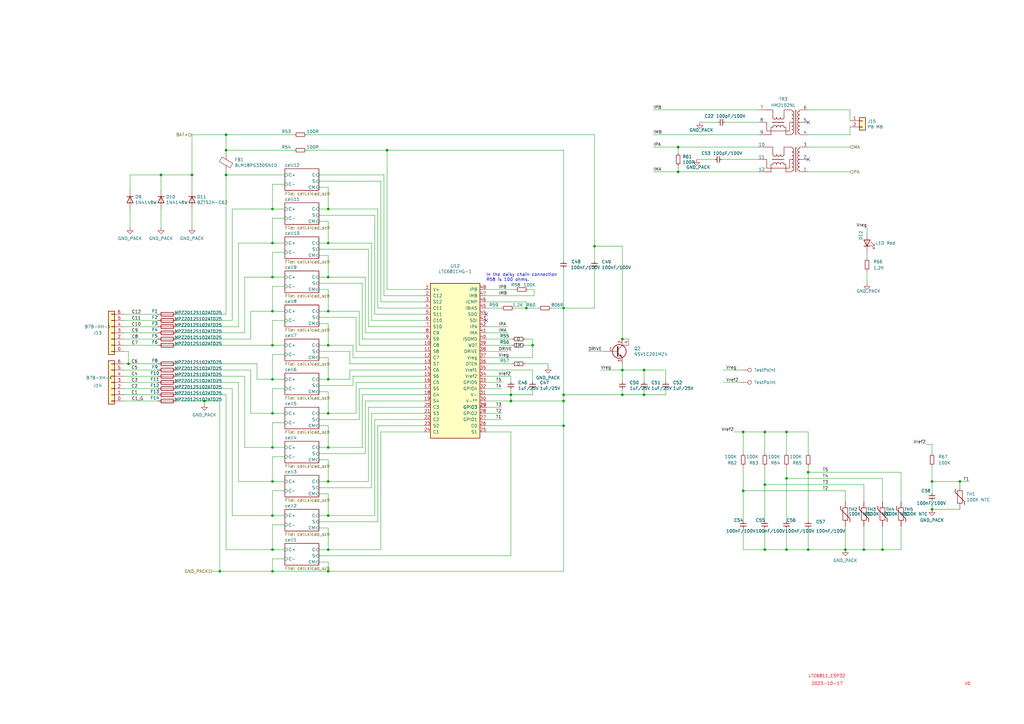
<source format=kicad_sch>
(kicad_sch (version 20231120) (generator "eeschema") (generator_version "8.0")
  (paper "A3")
  (title_block (date "2023-10-19") (rev "V0.1") (company "teTra"))
  (junction (at 278.13 70.485))
  (junction (at 255.27 139.065))
  (junction (at 134.62 234.315))
  (junction (at 134.62 99.695))
  (junction (at 209.55 164.465))
  (junction (at 134.62 141.605))
  (junction (at 393.7 197.485))
  (junction (at 111.76 197.485))
  (junction (at 134.62 197.485))
  (junction (at 111.76 141.605))
  (junction (at 331.47 225.425))
  (junction (at 111.76 211.455))
  (junction (at 313.69 225.425))
  (junction (at 111.76 169.545))
  (junction (at 111.76 234.315))
  (junction (at 92.71 55.245))
  (junction (at 134.62 127.635))
  (junction (at 92.71 61.595))
  (junction (at 361.95 225.425))
  (junction (at 322.58 225.425))
  (junction (at 382.27 208.915))
  (junction (at 278.13 60.325))
  (junction (at 134.62 211.455))
  (junction (at 83.82 164.465))
  (junction (at 134.62 155.575))
  (junction (at 231.14 161.925))
  (junction (at 215.9 126.365))
  (junction (at 264.16 151.765))
  (junction (at 313.69 177.165))
  (junction (at 313.69 198.755))
  (junction (at 111.76 127.635))
  (junction (at 92.71 71.755))
  (junction (at 78.74 71.755))
  (junction (at 264.16 161.925))
  (junction (at 331.47 193.675))
  (junction (at 111.76 113.665))
  (junction (at 111.76 225.425))
  (junction (at 304.8 177.165))
  (junction (at 111.76 99.695))
  (junction (at 134.62 183.515))
  (junction (at 111.76 183.515))
  (junction (at 209.55 161.925))
  (junction (at 243.84 100.965))
  (junction (at 231.14 126.365))
  (junction (at 354.33 225.425))
  (junction (at 134.62 113.665))
  (junction (at 134.62 85.725))
  (junction (at 134.62 169.545))
  (junction (at 90.17 234.315))
  (junction (at 231.14 164.465))
  (junction (at 255.27 151.765))
  (junction (at 134.62 225.425))
  (junction (at 304.8 201.295))
  (junction (at 66.04 71.755))
  (junction (at 231.14 174.625))
  (junction (at 382.27 197.485))
  (junction (at 158.75 61.595))
  (junction (at 218.44 141.605))
  (junction (at 52.705 149.225))
  (junction (at 322.58 177.165))
  (junction (at 111.76 155.575))
  (junction (at 255.27 161.925))
  (junction (at 346.71 225.425))
  (junction (at 111.76 85.725))
  (junction (at 322.58 196.215))
  (no_connect (at 331.47 65.405))
  (no_connect (at 199.39 131.445))
  (no_connect (at 199.39 128.905))
  (no_connect (at 331.47 50.165))
  (wire (pts (xy 143.51 149.225) (xy 173.99 149.225)))
  (wire (pts (xy 116.84 169.545) (xy 111.76 169.545)))
  (wire (pts (xy 134.62 188.595) (xy 134.62 197.485)))
  (wire (pts (xy 173.99 161.925) (xy 148.59 161.925)))
  (wire (pts (xy 50.8 144.145) (xy 52.705 144.145)))
  (wire (pts (xy 78.74 85.725) (xy 78.74 93.345)))
  (wire (pts (xy 199.39 123.825) (xy 215.9 123.825)))
  (wire (pts (xy 100.33 154.305) (xy 72.39 154.305)))
  (wire (pts (xy 151.13 102.235) (xy 130.81 102.235)))
  (wire (pts (xy 199.39 161.925) (xy 209.55 161.925)))
  (wire (pts (xy 278.13 67.945) (xy 278.13 70.485)))
  (wire (pts (xy 264.16 161.925) (xy 273.05 161.925)))
  (wire (pts (xy 53.34 71.755) (xy 66.04 71.755)))
  (wire (pts (xy 346.71 205.74) (xy 346.71 201.295)))
  (wire (pts (xy 130.81 116.205) (xy 148.59 116.205)))
  (wire (pts (xy 313.69 198.755) (xy 354.33 198.755)))
  (wire (pts (xy 148.59 161.925) (xy 148.59 183.515)))
  (wire (pts (xy 331.47 193.675) (xy 331.47 213.995)))
  (wire (pts (xy 267.97 45.085) (xy 311.15 45.085)))
  (wire (pts (xy 218.44 151.765) (xy 199.39 151.765)))
  (wire (pts (xy 255.27 100.965) (xy 255.27 139.065)))
  (wire (pts (xy 66.04 71.755) (xy 78.74 71.755)))
  (wire (pts (xy 95.25 159.385) (xy 72.39 159.385)))
  (wire (pts (xy 278.13 60.325) (xy 311.15 60.325)))
  (wire (pts (xy 287.02 50.165) (xy 294.64 50.165)))
  (wire (pts (xy 97.79 197.485) (xy 97.79 156.845)))
  (wire (pts (xy 331.47 225.425) (xy 322.58 225.425)))
  (wire (pts (xy 224.79 149.225) (xy 224.79 150.495)))
  (wire (pts (xy 125.73 55.245) (xy 243.84 55.245)))
  (wire (pts (xy 355.6 111.125) (xy 355.6 116.205)))
  (wire (pts (xy 296.545 151.765) (xy 304.165 151.765)))
  (wire (pts (xy 218.44 151.765) (xy 218.44 156.845)))
  (wire (pts (xy 219.075 121.285) (xy 219.075 118.745)))
  (wire (pts (xy 116.84 141.605) (xy 111.76 141.605)))
  (wire (pts (xy 143.51 155.575) (xy 134.62 155.575)))
  (wire (pts (xy 243.84 109.855) (xy 243.84 126.365)))
  (wire (pts (xy 173.99 128.905) (xy 153.67 128.905)))
  (wire (pts (xy 173.99 141.605) (xy 147.32 141.605)))
  (wire (pts (xy 50.8 164.465) (xy 64.77 164.465)))
  (wire (pts (xy 102.87 151.765) (xy 72.39 151.765)))
  (wire (pts (xy 331.47 216.535) (xy 331.47 225.425)))
  (wire (pts (xy 173.99 123.825) (xy 156.21 123.825)))
  (wire (pts (xy 144.78 154.305) (xy 144.78 158.115)))
  (wire (pts (xy 134.62 202.565) (xy 134.62 211.455)))
  (wire (pts (xy 116.84 155.575) (xy 111.76 155.575)))
  (wire (pts (xy 313.69 177.165) (xy 322.58 177.165)))
  (wire (pts (xy 149.86 113.665) (xy 134.62 113.665)))
  (wire (pts (xy 173.99 133.985) (xy 151.13 133.985)))
  (wire (pts (xy 116.84 197.485) (xy 111.76 197.485)))
  (wire (pts (xy 152.4 169.545) (xy 173.99 169.545)))
  (wire (pts (xy 346.71 225.425) (xy 346.71 215.9)))
  (wire (pts (xy 130.81 144.145) (xy 143.51 144.145)))
  (wire (pts (xy 146.05 156.845) (xy 146.05 169.545)))
  (wire (pts (xy 143.51 151.765) (xy 143.51 155.575)))
  (wire (pts (xy 313.69 191.135) (xy 313.69 198.755)))
  (wire (pts (xy 300.99 177.165) (xy 304.8 177.165)))
  (wire (pts (xy 331.47 45.085) (xy 348.615 45.085)))
  (wire (pts (xy 146.05 144.145) (xy 146.05 130.175)))
  (wire (pts (xy 199.39 141.605) (xy 210.185 141.605)))
  (wire (pts (xy 243.84 126.365) (xy 231.14 126.365)))
  (wire (pts (xy 134.62 141.605) (xy 144.78 141.605)))
  (wire (pts (xy 116.84 229.235) (xy 111.76 229.235)))
  (wire (pts (xy 331.47 55.245) (xy 348.615 55.245)))
  (wire (pts (xy 285.75 65.405) (xy 293.37 65.405)))
  (wire (pts (xy 53.34 78.105) (xy 53.34 71.755)))
  (wire (pts (xy 297.18 50.165) (xy 311.15 50.165)))
  (wire (pts (xy 53.34 85.725) (xy 53.34 93.345)))
  (wire (pts (xy 231.14 161.925) (xy 231.14 164.465)))
  (wire (pts (xy 361.95 225.425) (xy 354.33 225.425)))
  (wire (pts (xy 111.76 173.355) (xy 111.76 183.515)))
  (wire (pts (xy 156.21 225.425) (xy 156.21 177.165)))
  (wire (pts (xy 146.05 169.545) (xy 134.62 169.545)))
  (wire (pts (xy 134.62 90.805) (xy 134.62 99.695)))
  (wire (pts (xy 134.62 127.635) (xy 130.81 127.635)))
  (wire (pts (xy 205.74 159.385) (xy 199.39 159.385)))
  (wire (pts (xy 331.47 70.485) (xy 348.615 70.485)))
  (wire (pts (xy 158.75 118.745) (xy 173.99 118.745)))
  (wire (pts (xy 116.84 211.455) (xy 111.76 211.455)))
  (wire (pts (xy 156.21 177.165) (xy 173.99 177.165)))
  (wire (pts (xy 111.76 155.575) (xy 105.41 155.575)))
  (wire (pts (xy 154.94 174.625) (xy 173.99 174.625)))
  (wire (pts (xy 116.84 183.515) (xy 111.76 183.515)))
  (wire (pts (xy 331.47 191.135) (xy 331.47 193.675)))
  (wire (pts (xy 209.55 177.165) (xy 209.55 227.965)))
  (wire (pts (xy 173.99 131.445) (xy 152.4 131.445)))
  (wire (pts (xy 130.81 216.535) (xy 134.62 216.535)))
  (wire (pts (xy 144.78 146.685) (xy 173.99 146.685)))
  (wire (pts (xy 264.16 151.765) (xy 264.16 156.845)))
  (wire (pts (xy 149.86 164.465) (xy 173.99 164.465)))
  (wire (pts (xy 111.76 169.545) (xy 102.87 169.545)))
  (wire (pts (xy 111.76 103.505) (xy 111.76 113.665)))
  (wire (pts (xy 111.76 85.725) (xy 95.25 85.725)))
  (wire (pts (xy 216.535 118.745) (xy 219.075 118.745)))
  (wire (pts (xy 215.9 126.365) (xy 220.98 126.365)))
  (wire (pts (xy 116.84 117.475) (xy 111.76 117.475)))
  (wire (pts (xy 199.39 146.685) (xy 218.44 146.685)))
  (wire (pts (xy 322.58 191.135) (xy 322.58 196.215)))
  (wire (pts (xy 130.81 211.455) (xy 134.62 211.455)))
  (wire (pts (xy 111.76 211.455) (xy 95.25 211.455)))
  (wire (pts (xy 331.47 60.325) (xy 348.615 60.325)))
  (wire (pts (xy 116.84 159.385) (xy 111.76 159.385)))
  (wire (pts (xy 147.32 159.385) (xy 173.99 159.385)))
  (wire (pts (xy 243.84 100.965) (xy 255.27 100.965)))
  (wire (pts (xy 111.76 117.475) (xy 111.76 127.635)))
  (wire (pts (xy 72.39 141.605) (xy 111.76 141.605)))
  (wire (pts (xy 322.58 196.215) (xy 322.58 213.995)))
  (wire (pts (xy 361.95 205.74) (xy 361.95 196.215)))
  (wire (pts (xy 173.99 136.525) (xy 149.86 136.525)))
  (wire (pts (xy 273.05 151.765) (xy 273.05 156.845)))
  (wire (pts (xy 64.77 159.385) (xy 50.8 159.385)))
  (wire (pts (xy 92.71 61.595) (xy 92.71 62.865)))
  (wire (pts (xy 153.67 88.265) (xy 130.81 88.265)))
  (wire (pts (xy 111.76 127.635) (xy 102.87 127.635)))
  (wire (pts (xy 116.84 201.295) (xy 111.76 201.295)))
  (wire (pts (xy 199.39 133.985) (xy 208.28 133.985)))
  (wire (pts (xy 156.21 123.825) (xy 156.21 74.295)))
  (wire (pts (xy 304.8 191.135) (xy 304.8 201.295)))
  (wire (pts (xy 111.76 229.235) (xy 111.76 234.315)))
  (wire (pts (xy 116.84 187.325) (xy 111.76 187.325)))
  (wire (pts (xy 102.87 169.545) (xy 102.87 151.765)))
  (wire (pts (xy 66.04 85.725) (xy 66.04 93.345)))
  (wire (pts (xy 267.97 70.485) (xy 278.13 70.485)))
  (wire (pts (xy 393.7 197.485) (xy 382.27 197.485)))
  (wire (pts (xy 64.77 133.985) (xy 50.8 133.985)))
  (wire (pts (xy 64.77 151.765) (xy 50.8 151.765)))
  (wire (pts (xy 64.77 136.525) (xy 50.8 136.525)))
  (wire (pts (xy 296.545 156.845) (xy 304.165 156.845)))
  (wire (pts (xy 78.74 55.245) (xy 92.71 55.245)))
  (wire (pts (xy 393.7 198.755) (xy 393.7 197.485)))
  (wire (pts (xy 152.4 99.695) (xy 134.62 99.695)))
  (wire (pts (xy 111.76 145.415) (xy 111.76 155.575)))
  (wire (pts (xy 64.77 139.065) (xy 50.8 139.065)))
  (wire (pts (xy 199.39 164.465) (xy 209.55 164.465)))
  (wire (pts (xy 134.62 183.515) (xy 148.59 183.515)))
  (wire (pts (xy 111.76 89.535) (xy 111.76 99.695)))
  (wire (pts (xy 355.6 103.505) (xy 355.6 106.045)))
  (wire (pts (xy 64.77 141.605) (xy 50.8 141.605)))
  (wire (pts (xy 267.97 60.325) (xy 278.13 60.325)))
  (wire (pts (xy 130.81 225.425) (xy 134.62 225.425)))
  (wire (pts (xy 346.71 225.425) (xy 331.47 225.425)))
  (wire (pts (xy 72.39 164.465) (xy 83.82 164.465)))
  (wire (pts (xy 397.51 197.485) (xy 393.7 197.485)))
  (wire (pts (xy 144.78 141.605) (xy 144.78 146.685)))
  (wire (pts (xy 243.84 55.245) (xy 243.84 100.965)))
  (wire (pts (xy 295.91 65.405) (xy 311.15 65.405)))
  (wire (pts (xy 134.62 76.835) (xy 134.62 85.725)))
  (wire (pts (xy 348.615 45.085) (xy 348.615 49.53)))
  (wire (pts (xy 331.47 193.675) (xy 369.57 193.675)))
  (wire (pts (xy 64.77 161.925) (xy 50.8 161.925)))
  (wire (pts (xy 304.8 177.165) (xy 304.8 186.055)))
  (wire (pts (xy 369.57 215.9) (xy 369.57 225.425)))
  (wire (pts (xy 255.27 151.765) (xy 255.27 156.845)))
  (wire (pts (xy 146.05 130.175) (xy 130.81 130.175)))
  (wire (pts (xy 379.73 182.245) (xy 382.27 182.245)))
  (wire (pts (xy 100.33 113.665) (xy 100.33 136.525)))
  (wire (pts (xy 111.76 113.665) (xy 100.33 113.665)))
  (wire (pts (xy 218.44 139.065) (xy 218.44 141.605)))
  (wire (pts (xy 322.58 225.425) (xy 313.69 225.425)))
  (wire (pts (xy 111.76 99.695) (xy 97.79 99.695)))
  (wire (pts (xy 125.73 61.595) (xy 158.75 61.595)))
  (wire (pts (xy 130.81 186.055) (xy 149.86 186.055)))
  (wire (pts (xy 354.33 205.74) (xy 354.33 198.755)))
  (wire (pts (xy 231.14 61.595) (xy 158.75 61.595)))
  (wire (pts (xy 304.8 201.295) (xy 346.71 201.295)))
  (wire (pts (xy 147.32 172.085) (xy 147.32 159.385)))
  (wire (pts (xy 331.47 177.165) (xy 331.47 186.055)))
  (wire (pts (xy 111.76 159.385) (xy 111.76 169.545)))
  (wire (pts (xy 153.67 172.085) (xy 153.67 211.455)))
  (wire (pts (xy 130.81 202.565) (xy 134.62 202.565)))
  (wire (pts (xy 382.27 205.105) (xy 382.27 208.915)))
  (wire (pts (xy 52.705 149.225) (xy 50.8 149.225)))
  (wire (pts (xy 90.17 234.315) (xy 111.76 234.315)))
  (wire (pts (xy 267.97 55.245) (xy 311.15 55.245)))
  (wire (pts (xy 382.27 182.245) (xy 382.27 186.055)))
  (wire (pts (xy 130.81 104.775) (xy 134.62 104.775)))
  (wire (pts (xy 215.9 123.825) (xy 215.9 126.365)))
  (wire (pts (xy 116.84 103.505) (xy 111.76 103.505)))
  (wire (pts (xy 199.39 172.085) (xy 205.74 172.085)))
  (wire (pts (xy 100.33 183.515) (xy 100.33 154.305)))
  (wire (pts (xy 64.77 131.445) (xy 50.8 131.445)))
  (wire (pts (xy 134.62 85.725) (xy 130.81 85.725)))
  (wire (pts (xy 199.39 118.745) (xy 211.455 118.745)))
  (wire (pts (xy 92.71 71.755) (xy 92.71 128.905)))
  (wire (pts (xy 243.84 100.965) (xy 243.84 107.315)))
  (wire (pts (xy 393.7 208.915) (xy 382.27 208.915)))
  (wire (pts (xy 205.74 169.545) (xy 199.39 169.545)))
  (wire (pts (xy 147.32 172.085) (xy 130.81 172.085)))
  (wire (pts (xy 247.65 144.145) (xy 241.3 144.145)))
  (wire (pts (xy 134.62 146.685) (xy 134.62 155.575)))
  (wire (pts (xy 147.32 127.635) (xy 134.62 127.635)))
  (wire (pts (xy 83.82 165.735) (xy 83.82 164.465)))
  (wire (pts (xy 64.77 154.305) (xy 50.8 154.305)))
  (wire (pts (xy 348.615 52.07) (xy 348.615 55.245)))
  (wire (pts (xy 130.81 197.485) (xy 134.62 197.485)))
  (wire (pts (xy 209.55 161.925) (xy 218.44 161.925)))
  (wire (pts (xy 111.76 75.565) (xy 111.76 85.725)))
  (wire (pts (xy 111.76 85.725) (xy 116.84 85.725)))
  (wire (pts (xy 78.74 55.245) (xy 78.74 71.755)))
  (wire (pts (xy 154.94 85.725) (xy 134.62 85.725)))
  (wire (pts (xy 130.81 160.655) (xy 134.62 160.655)))
  (wire (pts (xy 143.51 144.145) (xy 143.51 149.225)))
  (wire (pts (xy 111.76 201.295) (xy 111.76 211.455)))
  (wire (pts (xy 322.58 216.535) (xy 322.58 225.425)))
  (wire (pts (xy 134.62 216.535) (xy 134.62 225.425)))
  (wire (pts (xy 278.13 70.485) (xy 311.15 70.485)))
  (wire (pts (xy 134.62 234.315) (xy 231.14 234.315)))
  (wire (pts (xy 264.16 159.385) (xy 264.16 161.925)))
  (wire (pts (xy 173.99 154.305) (xy 144.78 154.305)))
  (wire (pts (xy 209.55 159.385) (xy 209.55 161.925)))
  (wire (pts (xy 322.58 177.165) (xy 322.58 186.055)))
  (wire (pts (xy 92.71 55.245) (xy 120.65 55.245)))
  (wire (pts (xy 97.79 133.985) (xy 72.39 133.985)))
  (wire (pts (xy 154.94 213.995) (xy 130.81 213.995)))
  (wire (pts (xy 111.76 197.485) (xy 97.79 197.485)))
  (wire (pts (xy 151.13 167.005) (xy 151.13 197.485)))
  (wire (pts (xy 92.71 70.485) (xy 92.71 71.755)))
  (wire (pts (xy 215.265 149.225) (xy 224.79 149.225)))
  (wire (pts (xy 134.62 211.455) (xy 153.67 211.455)))
  (wire (pts (xy 116.84 71.755) (xy 92.71 71.755)))
  (wire (pts (xy 157.48 121.285) (xy 173.99 121.285)))
  (wire (pts (xy 97.79 99.695) (xy 97.79 133.985)))
  (wire (pts (xy 255.27 151.765) (xy 264.16 151.765)))
  (wire (pts (xy 130.81 200.025) (xy 152.4 200.025)))
  (wire (pts (xy 111.76 99.695) (xy 116.84 99.695)))
  (wire (pts (xy 199.39 121.285) (xy 219.075 121.285)))
  (wire (pts (xy 304.8 216.535) (xy 304.8 225.425)))
  (wire (pts (xy 173.99 151.765) (xy 143.51 151.765)))
  (wire (pts (xy 246.38 151.765) (xy 255.27 151.765)))
  (wire (pts (xy 152.4 200.025) (xy 152.4 169.545)))
  (wire (pts (xy 134.62 132.715) (xy 134.62 141.605)))
  (wire (pts (xy 205.74 167.005) (xy 199.39 167.005)))
  (wire (pts (xy 231.14 174.625) (xy 199.39 174.625)))
  (wire (pts (xy 148.59 116.205) (xy 148.59 139.065)))
  (wire (pts (xy 116.84 173.355) (xy 111.76 173.355)))
  (wire (pts (xy 173.99 167.005) (xy 151.13 167.005)))
  (wire (pts (xy 369.57 205.74) (xy 369.57 193.675)))
  (wire (pts (xy 116.84 75.565) (xy 111.76 75.565)))
  (wire (pts (xy 116.84 89.535) (xy 111.76 89.535)))
  (wire (pts (xy 149.86 186.055) (xy 149.86 164.465)))
  (wire (pts (xy 147.32 141.605) (xy 147.32 127.635)))
  (wire (pts (xy 264.16 151.765) (xy 273.05 151.765)))
  (wire (pts (xy 313.69 225.425) (xy 304.8 225.425)))
  (wire (pts (xy 173.99 139.065) (xy 148.59 139.065)))
  (wire (pts (xy 209.55 164.465) (xy 231.14 164.465)))
  (wire (pts (xy 130.81 132.715) (xy 134.62 132.715)))
  (wire (pts (xy 64.77 128.905) (xy 50.8 128.905)))
  (wire (pts (xy 111.76 187.325) (xy 111.76 197.485)))
  (wire (pts (xy 231.14 174.625) (xy 231.14 234.315)))
  (wire (pts (xy 313.69 216.535) (xy 313.69 225.425)))
  (wire (pts (xy 102.87 127.635) (xy 102.87 139.065)))
  (wire (pts (xy 111.76 234.315) (xy 134.62 234.315)))
  (wire (pts (xy 151.13 133.985) (xy 151.13 102.235)))
  (wire (pts (xy 313.69 198.755) (xy 313.69 213.995)))
  (wire (pts (xy 154.94 126.365) (xy 154.94 85.725)))
  (wire (pts (xy 134.62 99.695) (xy 130.81 99.695)))
  (wire (pts (xy 173.99 126.365) (xy 154.94 126.365)))
  (wire (pts (xy 92.71 61.595) (xy 92.71 55.245)))
  (wire (pts (xy 382.27 191.135) (xy 382.27 197.485)))
  (wire (pts (xy 255.27 161.925) (xy 264.16 161.925)))
  (wire (pts (xy 199.39 149.225) (xy 210.185 149.225)))
  (wire (pts (xy 134.62 169.545) (xy 130.81 169.545)))
  (wire (pts (xy 153.67 128.905) (xy 153.67 88.265)))
  (wire (pts (xy 255.27 151.765) (xy 255.27 149.225)))
  (wire (pts (xy 273.05 159.385) (xy 273.05 161.925)))
  (wire (pts (xy 64.77 156.845) (xy 50.8 156.845)))
  (wire (pts (xy 231.14 161.925) (xy 255.27 161.925)))
  (wire (pts (xy 134.62 197.485) (xy 151.13 197.485)))
  (wire (pts (xy 313.69 177.165) (xy 313.69 186.055)))
  (wire (pts (xy 130.81 183.515) (xy 134.62 183.515)))
  (wire (pts (xy 134.62 113.665) (xy 130.81 113.665)))
  (wire (pts (xy 52.705 144.145) (xy 52.705 149.225)))
  (wire (pts (xy 95.25 131.445) (xy 72.39 131.445)))
  (wire (pts (xy 231.14 109.855) (xy 231.14 126.365)))
  (wire (pts (xy 134.62 230.505) (xy 134.62 234.315)))
  (wire (pts (xy 97.79 156.845) (xy 72.39 156.845)))
  (wire (pts (xy 173.99 172.085) (xy 153.67 172.085)))
  (wire (pts (xy 231.14 61.595) (xy 231.14 107.315)))
  (wire (pts (xy 215.265 141.605) (xy 218.44 141.605)))
  (wire (pts (xy 86.995 234.315) (xy 90.17 234.315)))
  (wire (pts (xy 218.44 159.385) (xy 218.44 161.925)))
  (wire (pts (xy 152.4 131.445) (xy 152.4 99.695)))
  (wire (pts (xy 369.57 225.425) (xy 361.95 225.425)))
  (wire (pts (xy 95.25 211.455) (xy 95.25 159.385)))
  (wire (pts (xy 102.87 139.065) (xy 72.39 139.065)))
  (wire (pts (xy 354.33 215.9) (xy 354.33 225.425)))
  (wire (pts (xy 130.81 146.685) (xy 134.62 146.685)))
  (wire (pts (xy 111.76 183.515) (xy 100.33 183.515)))
  (wire (pts (xy 355.6 95.885) (xy 355.6 93.345)))
  (wire (pts (xy 199.39 154.305) (xy 209.55 154.305)))
  (wire (pts (xy 105.41 155.575) (xy 105.41 149.225)))
  (wire (pts (xy 130.81 227.965) (xy 209.55 227.965)))
  (wire (pts (xy 154.94 213.995) (xy 154.94 174.625)))
  (wire (pts (xy 215.265 139.065) (xy 218.44 139.065)))
  (wire (pts (xy 92.71 161.925) (xy 72.39 161.925)))
  (wire (pts (xy 210.82 126.365) (xy 215.9 126.365)))
  (wire (pts (xy 111.76 215.265) (xy 111.76 225.425)))
  (wire (pts (xy 209.55 161.925) (xy 209.55 164.465)))
  (wire (pts (xy 78.74 71.755) (xy 78.74 78.105)))
  (wire (pts (xy 116.84 225.425) (xy 111.76 225.425)))
  (wire (pts (xy 116.84 113.665) (xy 111.76 113.665)))
  (wire (pts (xy 64.77 149.225) (xy 52.705 149.225)))
  (wire (pts (xy 111.76 131.445) (xy 111.76 141.605)))
  (wire (pts (xy 134.62 155.575) (xy 130.81 155.575)))
  (wire (pts (xy 116.84 131.445) (xy 111.76 131.445)))
  (wire (pts (xy 66.04 78.105) (xy 66.04 71.755)))
  (wire (pts (xy 173.99 156.845) (xy 146.05 156.845)))
  (wire (pts (xy 209.55 154.305) (xy 209.55 156.845)))
  (wire (pts (xy 199.39 156.845) (xy 205.74 156.845)))
  (wire (pts (xy 149.86 136.525) (xy 149.86 113.665)))
  (wire (pts (xy 231.14 164.465) (xy 231.14 174.625)))
  (wire (pts (xy 304.8 177.165) (xy 313.69 177.165)))
  (wire (pts (xy 157.48 71.755) (xy 157.48 121.285)))
  (wire (pts (xy 116.84 215.265) (xy 111.76 215.265)))
  (wire (pts (xy 218.44 141.605) (xy 218.44 146.685)))
  (wire (pts (xy 130.81 188.595) (xy 134.62 188.595)))
  (wire (pts (xy 130.81 141.605) (xy 134.62 141.605)))
  (wire (pts (xy 199.39 126.365) (xy 205.74 126.365)))
  (wire (pts (xy 130.81 118.745) (xy 134.62 118.745)))
  (wire (pts (xy 199.39 136.525) (xy 208.28 136.525)))
  (wire (pts (xy 255.27 139.065) (xy 257.81 139.065)))
  (wire (pts (xy 116.84 145.415) (xy 111.76 145.415)))
  (wire (pts (xy 231.14 126.365) (xy 231.14 161.925)))
  (wire (pts (xy 90.17 164.465) (xy 90.17 234.315)))
  (wire (pts (xy 255.27 159.385) (xy 255.27 161.925)))
  (wire (pts (xy 130.81 76.835) (xy 134.62 76.835)))
  (wire (pts (xy 278.13 60.325) (xy 278.13 62.865)))
  (wire (pts (xy 130.81 90.805) (xy 134.62 90.805)))
  (wire (pts (xy 116.84 127.635) (xy 111.76 127.635)))
  (wire (pts (xy 83.82 164.465) (xy 90.17 164.465)))
  (wire (pts (xy 100.33 136.525) (xy 72.39 136.525)))
  (wire (pts (xy 92.71 61.595) (xy 120.65 61.595)))
  (wire (pts (xy 173.99 144.145) (xy 146.05 144.145)))
  (wire (pts (xy 92.71 128.905) (xy 72.39 128.905)))
  (wire (pts (xy 322.58 196.215) (xy 361.95 196.215)))
  (wire (pts (xy 92.71 225.425) (xy 92.71 161.925)))
  (wire (pts (xy 130.81 174.625) (xy 134.62 174.625)))
  (wire (pts (xy 199.39 177.165) (xy 209.55 177.165)))
  (wire (pts (xy 382.27 197.485) (xy 382.27 202.565)))
  (wire (pts (xy 361.95 215.9) (xy 361.95 225.425)))
  (wire (pts (xy 199.39 144.145) (xy 208.28 144.145)))
  (wire (pts (xy 130.81 158.115) (xy 144.78 158.115)))
  (wire (pts (xy 134.62 160.655) (xy 134.62 169.545)))
  (wire (pts (xy 134.62 174.625) (xy 134.62 183.515)))
  (wire (pts (xy 354.33 225.425) (xy 346.71 225.425)))
  (wire (pts (xy 130.81 71.755) (xy 157.48 71.755)))
  (wire (pts (xy 158.75 61.595) (xy 158.75 118.745)))
  (wire (pts (xy 134.62 225.425) (xy 156.21 225.425)))
  (wire (pts (xy 226.06 126.365) (xy 231.14 126.365)))
  (wire (pts (xy 95.25 85.725) (xy 95.25 131.445)))
  (wire (pts (xy 134.62 104.775) (xy 134.62 113.665)))
  (wire (pts (xy 130.81 230.505) (xy 134.62 230.505)))
  (wire (pts (xy 105.41 149.225) (xy 72.39 149.225)))
  (wire (pts (xy 134.62 118.745) (xy 134.62 127.635)))
  (wire (pts (xy 304.8 201.295) (xy 304.8 213.995)))
  (wire (pts (xy 111.76 225.425) (xy 92.71 225.425)))
  (wire (pts (xy 156.21 74.295) (xy 130.81 74.295)))
  (wire (pts (xy 199.39 139.065) (xy 210.185 139.065)))
  (wire (pts (xy 322.58 177.165) (xy 331.47 177.165)))
  (text "In the daisy chain connection\nR58 is 100 ohms." (at 199.39 115.57 0) (effects (font (size 1.27 1.27)) (justify left bottom)))
  (text "2023-10-17" (at 332.74 281.305 0) (effects (font (size 1.27 1.27)) (justify left bottom)))
  (text "LTC6811_ESP32" (at 331.47 278.13 0) (effects (font (size 1.27 1.27)) (justify left bottom)))
  (text "V0" (at 395.605 281.305 0) (effects (font (size 1.27 1.27)) (justify left bottom)))
  (label "Vref2" (at 297.815 156.845 0))
  (label "T5" (at 339.725 193.675 180))
  (label "T4" (at 339.725 196.215 180))
  (label "IPA" (at 204.47 133.985 0))
  (label "Vreg" (at 355.6 93.345 180))
  (label "C3" (at 56.515 156.845 180))
  (label "IPA" (at 267.97 60.325 0))
  (label "IMB" (at 204.47 121.285 0))
  (label "C2" (at 56.515 159.385 180))
  (label "T3" (at 205.74 167.005 180))
  (label "IMA" (at 267.97 70.485 0))
  (label "C5" (at 56.515 151.765 180))
  (label "C6" (at 56.515 149.225 180))
  (label "T3" (at 339.725 198.755 180))
  (label "Vref2" (at 379.73 182.245 180))
  (label "Vreg" (at 204.47 146.685 0))
  (label "IPB" (at 267.97 45.085 0))
  (label "C10" (at 53.975 133.985 0))
  (label "Vreg" (at 246.38 151.765 0))
  (label "DRIVE" (at 241.3 144.145 0))
  (label "C1_G" (at 53.975 164.465 0))
  (label "T2" (at 339.725 201.295 180))
  (label "IMA" (at 204.47 136.525 0))
  (label "T5" (at 205.74 156.845 180))
  (label "C9" (at 53.975 136.525 0))
  (label "Vref2" (at 300.99 177.165 180))
  (label "C4" (at 56.515 154.305 180))
  (label "C11" (at 53.975 131.445 0))
  (label "Vref2" (at 209.55 154.305 180))
  (label "DRIVE" (at 204.47 144.145 0))
  (label "Vreg" (at 297.815 151.765 0))
  (label "T4" (at 205.74 159.385 180))
  (label "IMB" (at 267.97 55.245 0))
  (label "C7" (at 53.975 141.605 0))
  (label "T2" (at 205.74 169.545 180))
  (label "C8" (at 53.975 139.065 0))
  (label "C12" (at 53.975 128.905 0))
  (label "C1" (at 56.515 161.925 180))
  (label "T1" (at 397.51 197.485 180))
  (label "T1" (at 205.74 172.085 180))
  (label "IPB" (at 204.47 118.745 0))
  (hierarchical_label "BAT+" (shape input) (at 78.74 55.245 180))
  (hierarchical_label "GND_PACK" (shape input) (at 86.995 234.315 180))
  (hierarchical_label "PA" (shape input) (at 348.615 70.485 0))
  (hierarchical_label "MA" (shape input) (at 348.615 60.325 0))
  (symbol (lib_id "Diode:BZT52Bxx") (at 78.74 81.915 270) (unit 1)
    (property "Reference" "D11" (at 80.7466 80.7466 90) (effects (justify left)))
    (property "Value" "BZT52H-C62" (at 80.7466 83.058 90) (effects (justify left)))
    (property "Footprint" "Diode_SMD:D_SOD-123F" (effects (hide yes)))
    (property "Datasheet" "https://assets.nexperia.com/documents/data-sheet/BZT52H_SER.pdf" (effects (hide yes)))
    (property "Description" "Zener Diode 62 V 375 mW ±5% Surface Mount SOD-123F" (effects (hide yes)))
    (property "MPN" "BZT52H-C62,115" (effects (hide yes)))
    (property "Link" "https://www.digikey.jp/en/products/detail/nexperia-usa-inc/BZT52H-C62-115/1162867" (effects (hide yes)))
    (instances (project "LTC6811_ESP32_V1.2" (path "" (reference "D11") (unit 1))) (project "LTC6811" (path "" (reference "D15") (unit 1))))
  )
  (symbol (lib_id "Device:Fuse") (at 68.58 139.065 90) (mirror x) (unit 1)
    (property "Reference" "F5" (at 63.5 137.795 90))
    (property "Value" "MPZ2012S102ATD25" (at 81.28 138.43 90))
    (property "Footprint" "Fuse:Fuse_0805_2012Metric" (effects (hide yes)))
    (property "Datasheet" "https://product.tdk.com/en/system/files?file=dam/doc/product/emc/emc/beads/catalog/beads_automotive_power_mpz2012_en.pdf" (effects (hide yes)))
    (property "Description" "1 kOhms @ 100 MHz 1 Power Line Ferrite Bead 0805 (2012 Metric) 1.5A 150mOhm" (effects (hide yes)))
    (property "MPN" "MPZ2012S102ATD25" (effects (hide yes)))
    (property "Link" "https://www.digikey.jp/en/products/detail/tdk-corporation/MPZ2012S102ATD25/5040327?s=N4IgTCBcDaILIAUBaYAMBGMBldqwEEAVAETAFYQBdAXyA" (effects (hide yes)))
  )
  (symbol (lib_id "Device:C") (at 304.8 215.265 0) (unit 1)
    (property "Reference" "C54" (at 300.99 213.36 0) (effects (justify left)))
    (property "Value" "100nF/100V" (at 297.815 217.805 0) (effects (justify left)))
    (property "Footprint" "Capacitor_SMD:C_0603_1608Metric" (effects (hide yes)))
    (property "Datasheet" "https://www.digikey.jp/en/products/detail/samsung-electro-mechanics/CL10B104KC8NNNC/5961291?s=N4IgTCBcDaIMIBkCMAGAQqgLAaTgDgDki4AdEkAXQF8g" (effects (hide yes)))
    (property "Description" "0.1 µF ±10% 100V Ceramic Capacitor X7R 0603 (1608 Metric)" (effects (hide yes)))
    (property "MPN" "CL10B104KC8NNNC" (effects (hide yes)))
    (property "Link" "https://www.digikey.jp/en/products/detail/samsung-electro-mechanics/CL10B104KC8NNNC/5961291?s=N4IgTCBcDaIMIBkCMAGAQqgLAaTgDgDki4QBdAXyA" (effects (hide yes)))
    (instances (project "LTC6811_ESP32_V1.2" (path "" (reference "C54") (unit 1))) (project "LTC6811" (path "" (reference "C8") (unit 1))))
  )
  (symbol (lib_id "power:GND_PACK") (at 224.79 150.495 0) (unit 1)
    (property "Reference" "#PWR081" (effects (hide yes)))
    (property "Value" "GND_PACK" (at 224.79 154.94 0))
  )
  (symbol (lib_id "Device:R_Small") (at 212.725 149.225 90) (unit 1)
    (property "Reference" "R57" (at 208.915 147.955 90) (effects (justify left)))
    (property "Value" "0" (at 213.36 149.225 90) (effects (justify left)))
    (property "Footprint" "Resistor_SMD:R_0603_1608Metric" (effects (hide yes)))
    (property "Datasheet" "https://www.yageo.com/upload/media/product/products/datasheet/rchip/PYu-RC_Group_51_RoHS_L_12.pdf" (effects (hide yes)))
    (property "Description" "0 Ohms Jumper Chip Resistor 0603 (1608 Metric) Moisture Resistant Thick Film" (effects (hide yes)))
    (property "MPN" "RC0603JR-070RL" (effects (hide yes)))
    (property "Link" "https://www.digikey.jp/en/products/detail/yageo/RC0603JR-070RL/726675?s=N4IgTCBcDaIEoGEAMA2JBmAUnAtEg7EnADIgC6AvkA" (effects (hide yes)))
    (instances (project "LTC6811_ESP32_V1.2" (path "" (reference "R57") (unit 1))) (project "LTC6811" (path "" (reference "R9") (unit 1))))
  )
  (symbol (lib_id "LTC6811-rescue:Ferrite_Bead-Device") (at 92.71 66.675 0) (unit 1)
    (property "Reference" "FB1" (at 96.1898 65.5066 0) (effects (justify left)))
    (property "Value" "BLM18PG330SN1D" (at 96.1898 67.818 0) (effects (justify left)))
    (property "Footprint" "Resistor_SMD:R_0603_1608Metric" (effects (hide yes)))
    (property "Datasheet" "https://www.murata.com/en-us/products/productdata/8796738650142/ENFA0003.pdf" (effects (hide yes)))
    (property "Description" "33 Ohms @ 100 MHz 1 Power Line Ferrite Bead 0603 (1608 Metric) 3A 25mOhm" (effects (hide yes)))
    (property "MPN" "BLM18PG330SN1D" (effects (hide yes)))
    (property "Link" "https://www.digikey.jp/en/products/detail/murata-electronics/BLM18PG330SN1D/1948325?s=N4IgTCBcDaIEIBkCyBGAHABQOIGYcAYBlAORQBEQBdAXyA" (effects (hide yes)))
  )
  (symbol (lib_id "Device:Thermistor") (at 354.33 210.82 0) (unit 1)
    (property "Reference" "TH3" (at 355.6 208.915 0) (effects (justify left)))
    (property "Value" "100K NTC" (at 355.6 210.82 0) (effects (justify left)))
    (property "Footprint" "Resistor_THT:R_Axial_DIN0204_L3.6mm_D1.6mm_P1.90mm_Vertical" (effects (hide yes)))
    (property "Datasheet" "https://www.cantherm.com/wp-content/uploads/2017/05/cantherm_mf52_1.pdf" (effects (hide yes)))
    (property "Description" "THERM NTC 100KOHM 4150K BEAD" (effects (hide yes)))
    (property "MPN" "MF52C1104F4150" (effects (hide yes)))
    (property "Link" "https://www.digikey.jp/en/products/detail/cantherm/MF52C1104F4150/1840605" (effects (hide yes)))
    (instances (project "LTC6811_ESP32_V1.2" (path "" (reference "TH3") (unit 1))) (project "LTC6811" (path "" (reference "TH1") (unit 1))))
  )
  (symbol (lib_id "Device:R_Small") (at 382.27 188.595 0) (unit 1)
    (property "Reference" "R67" (at 384.81 187.325 0) (effects (justify left)))
    (property "Value" "100K" (at 384.81 189.865 0) (effects (justify left)))
    (property "Footprint" "Resistor_SMD:R_0603_1608Metric" (effects (hide yes)))
    (property "Datasheet" "https://www.yageo.com/upload/media/product/app/datasheet/rchip/pyu-rc_group_51_rohs_l.pdf" (effects (hide yes)))
    (property "Description" "100 kOhms ±5% 0.1W, 1/10W Chip Resistor 0603 (1608 Metric) Moisture Resistant Thick Film" (effects (hide yes)))
    (property "MPN" "RC0603JR-07100KL" (effects (hide yes)))
    (property "Link" "https://www.digikey.jp/en/products/detail/yageo/RC0603JR-07100KL/726698?s=N4IgTCBcDaIEoGEAMA2JBmAUnAtEg7AIxJIDSAMiALoC%2BQA" (effects (hide yes)))
    (instances (project "LTC6811_ESP32_V1.2" (path "" (reference "R67") (unit 1))) (project "LTC6811" (path "" (reference "R11") (unit 1))))
  )
  (symbol (lib_id "Device:Fuse") (at 68.58 131.445 90) (mirror x) (unit 1)
    (property "Reference" "F2" (at 63.5 130.175 90))
    (property "Value" "MPZ2012S102ATD25" (at 81.28 130.81 90))
    (property "Footprint" "Fuse:Fuse_0805_2012Metric" (effects (hide yes)))
    (property "Datasheet" "https://product.tdk.com/en/system/files?file=dam/doc/product/emc/emc/beads/catalog/beads_automotive_power_mpz2012_en.pdf" (effects (hide yes)))
    (property "Description" "1 kOhms @ 100 MHz 1 Power Line Ferrite Bead 0805 (2012 Metric) 1.5A 150mOhm" (effects (hide yes)))
    (property "MPN" "MPZ2012S102ATD25" (effects (hide yes)))
    (property "Link" "https://www.digikey.jp/en/products/detail/tdk-corporation/MPZ2012S102ATD25/5040327?s=N4IgTCBcDaILIAUBaYAMBGMBldqwEEAVAETAFYQBdAXyA" (effects (hide yes)))
  )
  (symbol (lib_id "power:GND_PACK") (at 53.34 93.345 0) (unit 1)
    (property "Reference" "#PWR076" (effects (hide yes)))
    (property "Value" "GND_PACK" (at 53.34 97.79 0))
  )
  (symbol (lib_id "Device:R_Small") (at 123.19 55.245 90) (unit 1)
    (property "Reference" "R53" (at 119.38 53.975 90) (effects (justify left)))
    (property "Value" "100R" (at 130.81 53.975 90) (effects (justify left)))
    (property "Footprint" "Resistor_SMD:R_0603_1608Metric" (effects (hide yes)))
    (property "Datasheet" "https://www.yageo.com/upload/media/product/app/datasheet/rchip/pyu-rc_group_51_rohs_l.pdf" (effects (hide yes)))
    (property "Description" "100 Ohms ±1% 0.1W, 1/10W Chip Resistor 0603 (1608 Metric) Moisture Resistant Thick Film" (effects (hide yes)))
    (property "MPN" "RC0603FR-07100RL" (effects (hide yes)))
    (property "Link" "https://www.digikey.jp/en/products/detail/yageo/RC0603FR-07100RL/726888?s=N4IgTCBcDaIEoGEAMA2JBmAYnAtEg7AIxJJwAyIAugL5A" (effects (hide yes)))
    (instances (project "LTC6811_ESP32_V1.2" (path "" (reference "R53") (unit 1))) (project "LTC6811" (path "" (reference "R1") (unit 1))))
  )
  (symbol (lib_id "Device:Fuse") (at 68.58 154.305 90) (mirror x) (unit 1)
    (property "Reference" "F10" (at 63.5 153.035 90))
    (property "Value" "MPZ2012S102ATD25" (at 81.28 153.67 90))
    (property "Footprint" "Fuse:Fuse_0805_2012Metric" (effects (hide yes)))
    (property "Datasheet" "https://product.tdk.com/en/system/files?file=dam/doc/product/emc/emc/beads/catalog/beads_automotive_power_mpz2012_en.pdf" (effects (hide yes)))
    (property "Description" "1 kOhms @ 100 MHz 1 Power Line Ferrite Bead 0805 (2012 Metric) 1.5A 150mOhm" (effects (hide yes)))
    (property "MPN" "MPZ2012S102ATD25" (effects (hide yes)))
    (property "Link" "https://www.digikey.jp/en/products/detail/tdk-corporation/MPZ2012S102ATD25/5040327?s=N4IgTCBcDaILIAUBaYAMBGMBldqwEEAVAETAFYQBdAXyA" (effects (hide yes)))
    (instances (project "LTC6811_ESP32_V1.2" (path "" (reference "F10") (unit 1))) (project "LTC6811" (path "" (reference "F9") (unit 1))))
  )
  (symbol (lib_id "Connector_Generic:Conn_01x07_BAT_6S") (at 45.72 156.845 180) (unit 1)
    (property "Reference" "J14" (at 40.005 158.115 0))
    (property "Value" "B7B-XH-A" (at 40.64 154.94 0))
    (property "Footprint" "Connector_JST:JST_XH_B7B-XH-A_1x07_P2.50mm_Vertical_BAT_6S" (effects (hide yes)))
    (property "Datasheet" "https://www.jst-mfg.com/product/pdf/eng/eXH.pdf" (effects (hide yes)))
    (property "Description" "Connector Header Through Hole 7 position 0.098\" (2.50mm)" (effects (hide yes)))
    (property "Link" "https://www.digikey.jp/en/products/detail/jst-sales-america-inc/B7B-XH-A/1651050" (effects (hide yes)))
    (property "MPN" "B7B-XH-A" (effects (hide yes)))
  )
  (symbol (lib_id "power:GND_PACK") (at 78.74 93.345 0) (unit 1)
    (property "Reference" "#PWR078" (effects (hide yes)))
    (property "Value" "GND_PACK" (at 78.74 97.79 0))
  )
  (symbol (lib_id "Device:Fuse") (at 68.58 128.905 90) (mirror x) (unit 1)
    (property "Reference" "F1" (at 63.5 127.635 90))
    (property "Value" "MPZ2012S102ATD25" (at 81.28 128.27 90))
    (property "Footprint" "Fuse:Fuse_0805_2012Metric" (effects (hide yes)))
    (property "Datasheet" "https://product.tdk.com/en/system/files?file=dam/doc/product/emc/emc/beads/catalog/beads_automotive_power_mpz2012_en.pdf" (effects (hide yes)))
    (property "Description" "1 kOhms @ 100 MHz 1 Power Line Ferrite Bead 0805 (2012 Metric) 1.5A 150mOhm" (effects (hide yes)))
    (property "MPN" "MPZ2012S102ATD25" (effects (hide yes)))
    (property "Link" "https://www.digikey.jp/en/products/detail/tdk-corporation/MPZ2012S102ATD25/5040327?s=N4IgTCBcDaILIAUBaYAMBGMBldqwEEAVAETAFYQBdAXyA" (effects (hide yes)))
  )
  (symbol (lib_id "Device:R_Small") (at 212.725 139.065 90) (unit 1)
    (property "Reference" "R55" (at 208.915 137.795 90) (effects (justify left)))
    (property "Value" "0" (at 213.36 139.065 90) (effects (justify left)))
    (property "Footprint" "Resistor_SMD:R_0603_1608Metric" (effects (hide yes)))
    (property "Datasheet" "https://www.yageo.com/upload/media/product/products/datasheet/rchip/PYu-RC_Group_51_RoHS_L_12.pdf" (effects (hide yes)))
    (property "Description" "0 Ohms Jumper Chip Resistor 0603 (1608 Metric) Moisture Resistant Thick Film" (effects (hide yes)))
    (property "MPN" "RC0603JR-070RL" (effects (hide yes)))
    (property "Link" "https://www.digikey.jp/en/products/detail/yageo/RC0603JR-070RL/726675?s=N4IgTCBcDaIEoGEAMA2JBmAUnAtEg7EnADIgC6AvkA" (effects (hide yes)))
    (instances (project "LTC6811_ESP32_V1.2" (path "" (reference "R55") (unit 1))) (project "LTC6811" (path "" (reference "R8") (unit 1))))
  )
  (symbol (lib_id "power:GND_PACK") (at 382.27 208.915 0) (unit 1)
    (property "Reference" "#PWR085" (effects (hide yes)))
    (property "Value" "GND_PACK" (at 382.27 213.36 0))
  )
  (symbol (lib_id "Device:R_Small") (at 304.8 188.595 180) (unit 1)
    (property "Reference" "R62" (at 302.26 189.865 0) (effects (justify left)))
    (property "Value" "100K" (at 302.26 187.325 0) (effects (justify left)))
    (property "Footprint" "Resistor_SMD:R_0603_1608Metric" (effects (hide yes)))
    (property "Datasheet" "https://www.yageo.com/upload/media/product/app/datasheet/rchip/pyu-rc_group_51_rohs_l.pdf" (effects (hide yes)))
    (property "Description" "100 kOhms ±5% 0.1W, 1/10W Chip Resistor 0603 (1608 Metric) Moisture Resistant Thick Film" (effects (hide yes)))
    (property "MPN" "RC0603JR-07100KL" (effects (hide yes)))
    (property "Link" "https://www.digikey.jp/en/products/detail/yageo/RC0603JR-07100KL/726698?s=N4IgTCBcDaIEoGEAMA2JBmAUnAtEg7AIxJIDSAMiALoC%2BQA" (effects (hide yes)))
    (instances (project "LTC6811_ESP32_V1.2" (path "" (reference "R62") (unit 1))) (project "LTC6811" (path "" (reference "R60") (unit 1))))
  )
  (symbol (lib_id "Device:Fuse") (at 68.58 161.925 90) (mirror x) (unit 1)
    (property "Reference" "F13" (at 63.5 160.655 90))
    (property "Value" "MPZ2012S102ATD25" (at 81.28 161.29 90))
    (property "Footprint" "Fuse:Fuse_0805_2012Metric" (effects (hide yes)))
    (property "Datasheet" "https://product.tdk.com/en/system/files?file=dam/doc/product/emc/emc/beads/catalog/beads_automotive_power_mpz2012_en.pdf" (effects (hide yes)))
    (property "Description" "1 kOhms @ 100 MHz 1 Power Line Ferrite Bead 0805 (2012 Metric) 1.5A 150mOhm" (effects (hide yes)))
    (property "MPN" "MPZ2012S102ATD25" (effects (hide yes)))
    (property "Link" "https://www.digikey.jp/en/products/detail/tdk-corporation/MPZ2012S102ATD25/5040327?s=N4IgTCBcDaILIAUBaYAMBGMBldqwEEAVAETAFYQBdAXyA" (effects (hide yes)))
    (instances (project "LTC6811_ESP32_V1.2" (path "" (reference "F13") (unit 1))) (project "LTC6811" (path "" (reference "F12") (unit 1))))
  )
  (symbol (lib_id "Device:C") (at 231.14 108.585 0) (unit 1)
    (property "Reference" "C48" (at 234.315 107.315 0) (effects (justify left)))
    (property "Value" "100nF/100V" (at 234.061 109.728 0) (effects (justify left)))
    (property "Footprint" "Capacitor_SMD:C_0603_1608Metric" (effects (hide yes)))
    (property "Datasheet" "https://www.digikey.jp/en/products/detail/samsung-electro-mechanics/CL10B104KC8NNNC/5961291?s=N4IgTCBcDaIMIBkCMAGAQqgLAaTgDgDki4AdEkAXQF8g" (effects (hide yes)))
    (property "Description" "0.1 µF ±10% 100V Ceramic Capacitor X7R 0603 (1608 Metric)" (effects (hide yes)))
    (property "MPN" "CL10B104KC8NNNC" (effects (hide yes)))
    (property "Link" "https://www.digikey.jp/en/products/detail/samsung-electro-mechanics/CL10B104KC8NNNC/5961291?s=N4IgTCBcDaIMIBkCMAGAQqgLAaTgDgDki4QBdAXyA" (effects (hide yes)))
    (instances (project "LTC6811_ESP32_V1.2" (path "" (reference "C48") (unit 1))) (project "LTC6811" (path "" (reference "C3") (unit 1))))
  )
  (symbol (lib_id "Connector_Generic:Conn_01x02") (at 353.695 49.53 0) (unit 1)
    (property "Reference" "J15" (at 355.727 49.7332 0) (effects (justify left)))
    (property "Value" "PB MB" (at 355.727 52.0446 0) (effects (justify left)))
    (property "Footprint" "Connector_JST:JST_VH_B2P-VH-B_1x02_P3.96mm_Vertical" (effects (hide yes)))
    (property "Datasheet" "https://www.jst-mfg.com/product/pdf/eng/eVH.pdf" (effects (hide yes)))
    (property "Description" "Connector Header Through Hole 2 position 0.156\" (3.96mm)" (effects (hide yes)))
    (property "MPN" "B2P-VH" (effects (hide yes)))
    (property "Link" "https://www.digikey.jp/en/products/detail/jst-sales-america-inc/B2P-VH/926547" (effects (hide yes)))
    (instances (project "LTC6811_ESP32_V1.2" (path "" (reference "J15") (unit 1))) (project "BMS_LTC6811_Slaves_12W" (path "" (reference "J3") (unit 1))))
  )
  (symbol (lib_id "Diode:1N4148W") (at 53.34 81.915 270) (unit 1)
    (property "Reference" "D9" (at 55.372 80.7466 90) (effects (justify left)))
    (property "Value" "1N4148W" (at 55.372 83.058 90) (effects (justify left)))
    (property "Footprint" "Diode_SMD:D_SOD-123" (effects (hide yes)))
    (property "Datasheet" "https://www.diodes.com/assets/Datasheets/BAV16W_1N4148W.pdf" (effects (hide yes)))
    (property "Description" "Diode 100 V 300mA Surface Mount SOD-123" (effects (hide yes)))
    (property "MPN" "1N4148W-7-F" (effects (hide yes)))
    (property "Link" "https://www.digikey.jp/en/products/detail/diodes-incorporated/1N4148W-7-F/814371" (effects (hide yes)))
    (instances (project "LTC6811_ESP32_V1.2" (path "" (reference "D9") (unit 1))) (project "LTC6811" (path "" (reference "D13") (unit 1))))
  )
  (symbol (lib_id "Device:R_Small") (at 355.6 108.585 0) (unit 1)
    (property "Reference" "R66" (at 358.14 107.315 0) (effects (justify left)))
    (property "Value" "1.2K" (at 358.14 109.855 0) (effects (justify left)))
    (property "Footprint" "Resistor_SMD:R_0603_1608Metric" (effects (hide yes)))
    (property "Datasheet" "https://www.yageo.com/upload/media/product/productsearch/datasheet/rchip/PYu-RC_Group_51_RoHS_L_12.pdf" (effects (hide yes)))
    (property "Description" "1.2 kOhms ±5% 0.1W, 1/10W Chip Resistor 0603 (1608 Metric) Moisture Resistant Thick Film" (effects (hide yes)))
    (property "MPN" "RC0603JR-071K2L" (effects (hide yes)))
    (property "Link" "https://www.digikey.jp/en/products/detail/yageo/RC0603JR-071K2L/726683?s=N4IgTCBcDaIEoGEAMA2JBmAUnAtEg7AIwDSYAMiALoC%2BQA" (effects (hide yes)))
    (instances (project "LTC6811_ESP32_V1.2" (path "" (reference "R66") (unit 1))) (project "LTC6811" (path "" (reference "R10") (unit 1))))
  )
  (symbol (lib_id "power:GND_PACK") (at 285.75 65.405 0) (unit 1)
    (property "Reference" "#PWR082" (effects (hide yes)))
    (property "Value" "GND_PACK" (at 286.385 68.58 0))
  )
  (symbol (lib_id "Device:C") (at 218.44 158.115 0) (unit 1)
    (property "Reference" "C47" (at 221.361 156.9466 0) (effects (justify left)))
    (property "Value" "1uF/25V" (at 221.361 159.258 0) (effects (justify left)))
    (property "Footprint" "Capacitor_SMD:C_0603_1608Metric" (effects (hide yes)))
    (property "Datasheet" "https://mm.digikey.com/Volume0/opasdata/d220001/medias/docus/4562/0603B105K250XD.pdf" (effects (hide yes)))
    (property "Description" "1 µF ±10% 25V Ceramic Capacitor X7R 0603 (1608 Metric)" (effects (hide yes)))
    (property "MPN" "0603B105K250XD" (effects (hide yes)))
    (property "Link" "https://www.digikey.jp/en/products/detail/nextgen-components/0603B105K250XD/14670931" (effects (hide yes)))
    (instances (project "LTC6811_ESP32_V1.2" (path "" (reference "C47") (unit 1))) (project "LTC6811" (path "" (reference "C2") (unit 1))))
  )
  (symbol (lib_id "Device:Fuse") (at 68.58 133.985 90) (mirror x) (unit 1)
    (property "Reference" "F3" (at 63.5 132.715 90))
    (property "Value" "MPZ2012S102ATD25" (at 81.28 133.35 90))
    (property "Footprint" "Fuse:Fuse_0805_2012Metric" (effects (hide yes)))
    (property "Datasheet" "https://product.tdk.com/en/system/files?file=dam/doc/product/emc/emc/beads/catalog/beads_automotive_power_mpz2012_en.pdf" (effects (hide yes)))
    (property "Description" "1 kOhms @ 100 MHz 1 Power Line Ferrite Bead 0805 (2012 Metric) 1.5A 150mOhm" (effects (hide yes)))
    (property "MPN" "MPZ2012S102ATD25" (effects (hide yes)))
    (property "Link" "https://www.digikey.jp/en/products/detail/tdk-corporation/MPZ2012S102ATD25/5040327?s=N4IgTCBcDaILIAUBaYAMBGMBldqwEEAVAETAFYQBdAXyA" (effects (hide yes)))
  )
  (symbol (lib_id "Transformer:HM2102NL") (at 326.39 57.785 0) (unit 1)
    (property "Reference" "TR3" (at 321.2655 40.64 0))
    (property "Value" "HM2102NL" (at 321.2655 43.18 0))
    (property "Footprint" "Transformer_SMD:HM2102NL_PUL" (effects (hide yes)))
    (property "Datasheet" "https://productfinder.pulseelectronics.com/api/open/part-attachments/datasheet/HM2102NL" (effects (hide yes)))
    (property "Description" "150µH Pulse Transformer 1:1 Surface Mount" (effects (hide yes)))
    (property "MPN" "HM2102NL" (effects (hide yes)))
    (property "Link" "https://www.digikey.jp/en/products/detail/pulse-electronics/HM2102NL/7914608" (effects (hide yes)))
    (instances (project "LTC6811_ESP32_V1.2" (path "" (reference "TR3") (unit 1))) (project "BMS_LTC6811_Slaves_12W" (path "" (reference "TR1") (unit 1))))
  )
  (symbol (lib_id "Device:C") (at 294.64 65.405 270) (unit 1)
    (property "Reference" "C53" (at 289.56 62.865 90))
    (property "Value" "100pF/100V" (at 298.45 62.865 90))
    (property "Footprint" "Capacitor_SMD:C_0603_1608Metric" (effects (hide yes)))
    (property "Datasheet" "https://mm.digikey.com/Volume0/opasdata/d220001/medias/docus/5411/0603B101K101SD.pdf" (effects (hide yes)))
    (property "Description" "100 pF ±10% 100V Ceramic Capacitor X7R 0603 (1608 Metric)" (effects (hide yes)))
    (property "MPN" "0603B101K101SD" (effects (hide yes)))
    (property "Link" "https://www.digikey.jp/en/products/detail/nextgen-components/0603B101K101SD/18668484" (effects (hide yes)))
    (instances (project "LTC6811_ESP32_V1.2" (path "" (reference "C53") (unit 1))) (project "LTC6811" (path "" (reference "C7") (unit 1))))
  )
  (symbol (lib_id "Connector_Generic:Conn_01x07_BAT_6S") (at 45.72 136.525 180) (unit 1)
    (property "Reference" "J13" (at 40.005 136.525 0))
    (property "Value" "B7B-XH-A" (at 40.005 133.985 0))
    (property "Footprint" "Connector_JST:JST_XH_B7B-XH-A_1x07_P2.50mm_Vertical_BAT_6S" (effects (hide yes)))
    (property "Datasheet" "https://www.jst-mfg.com/product/pdf/eng/eXH.pdf" (effects (hide yes)))
    (property "Description" "Connector Header Through Hole 7 position 0.098\" (2.50mm)" (effects (hide yes)))
    (property "Link" "https://www.digikey.jp/en/products/detail/jst-sales-america-inc/B7B-XH-A/1651050" (effects (hide yes)))
    (property "MPN" "B7B-XH-A" (effects (hide yes)))
  )
  (symbol (lib_id "power:GND_PACK") (at 287.02 50.165 0) (unit 1)
    (property "Reference" "#PWR039" (effects (hide yes)))
    (property "Value" "GND_PACK" (at 287.655 53.34 0))
    (instances (project "LTC6811_ESP32_V1.2" (path "" (reference "#PWR039") (unit 1))) (project "BMS_LTC6811_Slaves_12W" (path "" (reference "#PWR023") (unit 1))))
  )
  (symbol (lib_id "Device:R_Small") (at 123.19 61.595 90) (unit 1)
    (property "Reference" "R54" (at 119.38 60.325 90) (effects (justify left)))
    (property "Value" "100R" (at 130.81 60.325 90) (effects (justify left)))
    (property "Footprint" "Resistor_SMD:R_0603_1608Metric" (effects (hide yes)))
    (property "Datasheet" "https://www.yageo.com/upload/media/product/app/datasheet/rchip/pyu-rc_group_51_rohs_l.pdf" (effects (hide yes)))
    (property "Description" "100 Ohms ±1% 0.1W, 1/10W Chip Resistor 0603 (1608 Metric) Moisture Resistant Thick Film" (effects (hide yes)))
    (property "MPN" "RC0603FR-07100RL" (effects (hide yes)))
    (property "Link" "https://www.digikey.jp/en/products/detail/yageo/RC0603FR-07100RL/726888?s=N4IgTCBcDaIEoGEAMA2JBmAYnAtEg7AIxJJwAyIAugL5A" (effects (hide yes)))
    (instances (project "LTC6811_ESP32_V1.2" (path "" (reference "R54") (unit 1))) (project "LTC6811" (path "" (reference "R2") (unit 1))))
  )
  (symbol (lib_id "Device:Thermistor") (at 361.95 210.82 0) (unit 1)
    (property "Reference" "TH4" (at 363.22 208.915 0) (effects (justify left)))
    (property "Value" "100K NTC" (at 363.22 210.82 0) (effects (justify left)))
    (property "Footprint" "Resistor_THT:R_Axial_DIN0204_L3.6mm_D1.6mm_P1.90mm_Vertical" (effects (hide yes)))
    (property "Datasheet" "https://www.cantherm.com/wp-content/uploads/2017/05/cantherm_mf52_1.pdf" (effects (hide yes)))
    (property "Description" "THERM NTC 100KOHM 4150K BEAD" (effects (hide yes)))
    (property "MPN" "MF52C1104F4150" (effects (hide yes)))
    (property "Link" "https://www.digikey.jp/en/products/detail/cantherm/MF52C1104F4150/1840605" (effects (hide yes)))
    (instances (project "LTC6811_ESP32_V1.2" (path "" (reference "TH4") (unit 1))) (project "LTC6811" (path "" (reference "TH1") (unit 1))))
  )
  (symbol (lib_id "power:GND_PACK") (at 346.71 225.425 0) (unit 1)
    (property "Reference" "#PWR083" (effects (hide yes)))
    (property "Value" "GND_PACK" (at 346.71 229.87 0))
  )
  (symbol (lib_id "Device:Fuse") (at 68.58 141.605 90) (mirror x) (unit 1)
    (property "Reference" "F6" (at 63.5 140.335 90))
    (property "Value" "MPZ2012S102ATD25" (at 81.28 140.97 90))
    (property "Footprint" "Fuse:Fuse_0805_2012Metric" (effects (hide yes)))
    (property "Datasheet" "https://product.tdk.com/en/system/files?file=dam/doc/product/emc/emc/beads/catalog/beads_automotive_power_mpz2012_en.pdf" (effects (hide yes)))
    (property "Description" "1 kOhms @ 100 MHz 1 Power Line Ferrite Bead 0805 (2012 Metric) 1.5A 150mOhm" (effects (hide yes)))
    (property "MPN" "MPZ2012S102ATD25" (effects (hide yes)))
    (property "Link" "https://www.digikey.jp/en/products/detail/tdk-corporation/MPZ2012S102ATD25/5040327?s=N4IgTCBcDaILIAUBaYAMBGMBldqwEEAVAETAFYQBdAXyA" (effects (hide yes)))
  )
  (symbol (lib_id "ENNOID:LTC6811-1") (at 186.69 149.225 0) (unit 1)
    (property "Reference" "U12" (at 186.69 109.0676 0))
    (property "Value" "LTC6811HG-1" (at 186.69 111.379 0))
    (property "Footprint" "Package_SO:TSSOP-48_6.1x12.5mm_P0.5mm" (effects (hide yes)))
    (property "Datasheet" "https://www.analog.com/media/en/technical-documentation/data-sheets/LTC6811-1-6811-2.pdf" (effects (hide yes)))
    (property "Description" "Battery Battery Monitor IC Multi-Chemistry 48-SSOP" (effects (hide yes)))
    (property "MPN" "LTC6811HG-1#3ZZPBF" (effects (hide yes)))
    (property "Link" "https://www.digikey.jp/en/products/detail/analog-devices-inc/LTC6811HG-1-3ZZPBF/9739208?s=N4IgTCBcDaIDIBUDCA2AHARgwCQOIFoMBiAZgC0yAFAIQDEQBdAXyA" (effects (hide yes)))
    (instances (project "LTC6811_ESP32_V1.2" (path "" (reference "U12") (unit 1))) (project "LTC6811" (path "" (reference "U1") (unit 1))))
  )
  (symbol (lib_id "Device:C") (at 331.47 215.265 0) (unit 1)
    (property "Reference" "C57" (at 334.645 213.995 0) (effects (justify left)))
    (property "Value" "100nF/100V" (at 334.645 217.805 0) (effects (justify left)))
    (property "Footprint" "Capacitor_SMD:C_0603_1608Metric" (effects (hide yes)))
    (property "Datasheet" "https://www.digikey.jp/en/products/detail/samsung-electro-mechanics/CL10B104KC8NNNC/5961291?s=N4IgTCBcDaIMIBkCMAGAQqgLAaTgDgDki4AdEkAXQF8g" (effects (hide yes)))
    (property "Description" "0.1 µF ±10% 100V Ceramic Capacitor X7R 0603 (1608 Metric)" (effects (hide yes)))
    (property "MPN" "CL10B104KC8NNNC" (effects (hide yes)))
    (property "Link" "https://www.digikey.jp/en/products/detail/samsung-electro-mechanics/CL10B104KC8NNNC/5961291?s=N4IgTCBcDaIMIBkCMAGAQqgLAaTgDgDki4QBdAXyA" (effects (hide yes)))
    (instances (project "LTC6811_ESP32_V1.2" (path "" (reference "C57") (unit 1))) (project "LTC6811" (path "" (reference "C11") (unit 1))))
  )
  (symbol (lib_id "Device:C") (at 243.84 108.585 0) (unit 1)
    (property "Reference" "C49" (at 246.761 107.4166 0) (effects (justify left)))
    (property "Value" "100nF/100V" (at 246.761 109.728 0) (effects (justify left)))
    (property "Footprint" "Capacitor_SMD:C_0603_1608Metric" (effects (hide yes)))
    (property "Datasheet" "https://www.digikey.jp/en/products/detail/samsung-electro-mechanics/CL10B104KC8NNNC/5961291?s=N4IgTCBcDaIMIBkCMAGAQqgLAaTgDgDki4AdEkAXQF8g" (effects (hide yes)))
    (property "Description" "0.1 µF ±10% 100V Ceramic Capacitor X7R 0603 (1608 Metric)" (effects (hide yes)))
    (property "MPN" "CL10B104KC8NNNC" (effects (hide yes)))
    (property "Link" "https://www.digikey.jp/en/products/detail/samsung-electro-mechanics/CL10B104KC8NNNC/5961291?s=N4IgTCBcDaIMIBkCMAGAQqgLAaTgDgDki4QBdAXyA" (effects (hide yes)))
    (instances (project "LTC6811_ESP32_V1.2" (path "" (reference "C49") (unit 1))) (project "LTC6811" (path "" (reference "C4") (unit 1))))
  )
  (symbol (lib_id "Device:R_Small") (at 278.13 65.405 0) (unit 1)
    (property "Reference" "R61" (at 279.908 64.2366 0) (effects (justify left)))
    (property "Value" "100R" (at 279.908 66.548 0) (effects (justify left)))
    (property "Footprint" "Resistor_SMD:R_0603_1608Metric" (effects (hide yes)))
    (property "Datasheet" "https://www.yageo.com/upload/media/product/app/datasheet/rchip/pyu-rc_group_51_rohs_l.pdf" (effects (hide yes)))
    (property "Description" "100 Ohms ±1% 0.1W, 1/10W Chip Resistor 0603 (1608 Metric) Moisture Resistant Thick Film" (effects (hide yes)))
    (property "MPN" "RC0603FR-07100RL" (effects (hide yes)))
    (property "Link" "https://www.digikey.jp/en/products/detail/yageo/RC0603FR-07100RL/726888?s=N4IgTCBcDaIEoGEAMA2JBmAYnAtEg7AIxJJwAyIAugL5A" (effects (hide yes)))
    (instances (project "LTC6811_ESP32_V1.2" (path "" (reference "R61") (unit 1))) (project "LTC6811" (path "" (reference "R6") (unit 1))))
  )
  (symbol (lib_id "Connector:TestPoint") (at 304.165 151.765 270) (unit 1)
    (property "Reference" "TP3" (effects (hide yes)))
    (property "Value" "TestPoint" (at 309.245 151.765 90) (effects (justify left)))
    (property "Footprint" "TestPoint:TestPoint_Pad_D1.0mm" (effects (hide yes)))
  )
  (symbol (lib_id "Device:R_Small") (at 208.28 126.365 90) (unit 1)
    (property "Reference" "R59" (at 204.47 125.095 90) (effects (justify left)))
    (property "Value" "1.2K" (at 214.63 125.095 90) (effects (justify left)))
    (property "Footprint" "Resistor_SMD:R_0603_1608Metric" (effects (hide yes)))
    (property "Datasheet" "https://www.yageo.com/upload/media/product/productsearch/datasheet/rchip/PYu-RC_Group_51_RoHS_L_12.pdf" (effects (hide yes)))
    (property "Description" "1.2 kOhms ±5% 0.1W, 1/10W Chip Resistor 0603 (1608 Metric) Moisture Resistant Thick Film" (effects (hide yes)))
    (property "MPN" "RC0603JR-071K2L" (effects (hide yes)))
    (property "Link" "https://www.digikey.jp/en/products/detail/yageo/RC0603JR-071K2L/726683?s=N4IgTCBcDaIEoGEAMA2JBmAUnAtEg7AIwDSYAMiALoC%2BQA" (effects (hide yes)))
    (instances (project "LTC6811_ESP32_V1.2" (path "" (reference "R59") (unit 1))) (project "LTC6811" (path "" (reference "R3") (unit 1))))
  )
  (symbol (lib_id "Device:C") (at 322.58 215.265 0) (unit 1)
    (property "Reference" "C56" (at 322.58 213.36 0) (effects (justify left)))
    (property "Value" "100nF/100V" (at 321.945 217.805 0) (effects (justify left)))
    (property "Footprint" "Capacitor_SMD:C_0603_1608Metric" (effects (hide yes)))
    (property "Datasheet" "https://www.digikey.jp/en/products/detail/samsung-electro-mechanics/CL10B104KC8NNNC/5961291?s=N4IgTCBcDaIMIBkCMAGAQqgLAaTgDgDki4AdEkAXQF8g" (effects (hide yes)))
    (property "Description" "0.1 µF ±10% 100V Ceramic Capacitor X7R 0603 (1608 Metric)" (effects (hide yes)))
    (property "MPN" "CL10B104KC8NNNC" (effects (hide yes)))
    (property "Link" "https://www.digikey.jp/en/products/detail/samsung-electro-mechanics/CL10B104KC8NNNC/5961291?s=N4IgTCBcDaIMIBkCMAGAQqgLAaTgDgDki4QBdAXyA" (effects (hide yes)))
    (instances (project "LTC6811_ESP32_V1.2" (path "" (reference "C56") (unit 1))) (project "LTC6811" (path "" (reference "C10") (unit 1))))
  )
  (symbol (lib_id "Device:Thermistor") (at 393.7 203.835 0) (unit 1)
    (property "Reference" "TH1" (at 396.367 202.6666 0) (effects (justify left)))
    (property "Value" "100K NTC" (at 396.367 204.978 0) (effects (justify left)))
    (property "Footprint" "Resistor_SMD:R_0603_1608Metric" (effects (hide yes)))
    (property "Datasheet" "https://www.tdk-electronics.tdk.com/inf/50/db/ntc/NTC_SMD_Automotive_series_0603.pdf?ref_disty=digikey" (effects (hide yes)))
    (property "Description" "NTC Thermistor 100k 0603 (1608 Metric)" (effects (hide yes)))
    (property "MPN" "B57355V5104F360" (effects (hide yes)))
    (property "Link" "https://www.digikey.jp/en/products/detail/epcos-tdk-electronics/B57355V5104F360/7347813?s=N4IgTCBcDaIEIFYDsBmBCBqCCMAGALAGIoBsuIAugL5A" (effects (hide yes)))
  )
  (symbol (lib_id "Device:C") (at 273.05 158.115 0) (unit 1)
    (property "Reference" "C52" (at 275.971 156.9466 0) (effects (justify left)))
    (property "Value" "1uF/25V" (at 275.971 159.258 0) (effects (justify left)))
    (property "Footprint" "Capacitor_SMD:C_0603_1608Metric" (effects (hide yes)))
    (property "Datasheet" "https://mm.digikey.com/Volume0/opasdata/d220001/medias/docus/4562/0603B105K250XD.pdf" (effects (hide yes)))
    (property "Description" "1 µF ±10% 25V Ceramic Capacitor X7R 0603 (1608 Metric)" (effects (hide yes)))
    (property "MPN" "0603B105K250XD" (effects (hide yes)))
    (property "Link" "https://www.digikey.jp/en/products/detail/nextgen-components/0603B105K250XD/14670931" (effects (hide yes)))
    (instances (project "LTC6811_ESP32_V1.2" (path "" (reference "C52") (unit 1))) (project "LTC6811" (path "" (reference "C26") (unit 1))))
  )
  (symbol (lib_id "Connector:TestPoint") (at 304.165 156.845 270) (unit 1)
    (property "Reference" "TP3" (effects (hide yes)))
    (property "Value" "TestPoint" (at 309.245 156.845 90) (effects (justify left)))
    (property "Footprint" "TestPoint:TestPoint_Pad_D1.0mm" (effects (hide yes)))
    (instances (project "LTC6811_ESP32_V1.2" (path "" (reference "TP3") (unit 1)) (path "" (reference "TP4") (unit 1))))
  )
  (symbol (lib_id "Device:Fuse") (at 68.58 159.385 90) (mirror x) (unit 1)
    (property "Reference" "F12" (at 63.5 158.115 90))
    (property "Value" "MPZ2012S102ATD25" (at 81.28 158.75 90))
    (property "Footprint" "Fuse:Fuse_0805_2012Metric" (effects (hide yes)))
    (property "Datasheet" "https://product.tdk.com/en/system/files?file=dam/doc/product/emc/emc/beads/catalog/beads_automotive_power_mpz2012_en.pdf" (effects (hide yes)))
    (property "Description" "1 kOhms @ 100 MHz 1 Power Line Ferrite Bead 0805 (2012 Metric) 1.5A 150mOhm" (effects (hide yes)))
    (property "MPN" "MPZ2012S102ATD25" (effects (hide yes)))
    (property "Link" "https://www.digikey.jp/en/products/detail/tdk-corporation/MPZ2012S102ATD25/5040327?s=N4IgTCBcDaILIAUBaYAMBGMBldqwEEAVAETAFYQBdAXyA" (effects (hide yes)))
    (instances (project "LTC6811_ESP32_V1.2" (path "" (reference "F12") (unit 1))) (project "LTC6811" (path "" (reference "F11") (unit 1))))
  )
  (symbol (lib_id "Device:C") (at 295.91 50.165 270) (unit 1)
    (property "Reference" "C22" (at 290.83 47.625 90))
    (property "Value" "100pF/100V" (at 299.72 47.625 90))
    (property "Footprint" "Capacitor_SMD:C_0603_1608Metric" (effects (hide yes)))
    (property "Datasheet" "https://mm.digikey.com/Volume0/opasdata/d220001/medias/docus/5411/0603B101K101SD.pdf" (effects (hide yes)))
    (property "Description" "100 pF ±10% 100V Ceramic Capacitor X7R 0603 (1608 Metric)" (effects (hide yes)))
    (property "MPN" "0603B101K101SD" (effects (hide yes)))
    (property "Link" "https://www.digikey.jp/en/products/detail/nextgen-components/0603B101K101SD/18668484" (effects (hide yes)))
    (instances (project "LTC6811_ESP32_V1.2" (path "" (reference "C22") (unit 1))) (project "BMS_LTC6811_Slaves_12W" (path "" (reference "C13") (unit 1))))
  )
  (symbol (lib_id "Device:Q_NPN_BCEC") (at 252.73 144.145 0) (unit 1)
    (property "Reference" "Q2" (at 260.0452 142.9766 0) (effects (justify left)))
    (property "Value" "NSV1C201MZ4" (at 260.0452 145.288 0) (effects (justify left)))
    (property "Footprint" "Package_TO_SOT_SMD:SOT-223" (effects (hide yes)))
    (property "Datasheet" "https://www.onsemi.com/pdf/datasheet/nss1c201mz4-d.pdf" (effects (hide yes)))
    (property "Description" "Bipolar (BJT) Transistor NPN 100 V 2 A 100MHz 800 mW Surface Mount SOT-223 (TO-261)" (effects (hide yes)))
    (property "MPN" "NSV1C201MZ4T1G" (effects (hide yes)))
    (property "Link" "https://www.digikey.jp/en/products/detail/onsemi/NSV1C201MZ4T1G/4848737?s=N4IgTCBcDaIHIGUBqBGAwmADCgsgLQBYQBdAXyA" (effects (hide yes)))
    (instances (project "LTC6811_ESP32_V1.2" (path "" (reference "Q2") (unit 1))) (project "LTC6811" (path "" (reference "Q1") (unit 1))))
  )
  (symbol (lib_id "Device:Fuse") (at 68.58 149.225 90) (mirror x) (unit 1)
    (property "Reference" "F8" (at 63.5 147.955 90))
    (property "Value" "MPZ2012S102ATD25" (at 81.28 148.59 90))
    (property "Footprint" "Fuse:Fuse_0805_2012Metric" (effects (hide yes)))
    (property "Datasheet" "https://product.tdk.com/en/system/files?file=dam/doc/product/emc/emc/beads/catalog/beads_automotive_power_mpz2012_en.pdf" (effects (hide yes)))
    (property "Description" "1 kOhms @ 100 MHz 1 Power Line Ferrite Bead 0805 (2012 Metric) 1.5A 150mOhm" (effects (hide yes)))
    (property "MPN" "MPZ2012S102ATD25" (effects (hide yes)))
    (property "Link" "https://www.digikey.jp/en/products/detail/tdk-corporation/MPZ2012S102ATD25/5040327?s=N4IgTCBcDaILIAUBaYAMBGMBldqwEEAVAETAFYQBdAXyA" (effects (hide yes)))
    (instances (project "LTC6811_ESP32_V1.2" (path "" (reference "F8") (unit 1))) (project "LTC6811" (path "" (reference "F7") (unit 1))))
  )
  (symbol (lib_id "power:GND_PACK") (at 66.04 93.345 0) (unit 1)
    (property "Reference" "#PWR077" (effects (hide yes)))
    (property "Value" "GND_PACK" (at 66.04 97.79 0))
  )
  (symbol (lib_id "Device:Thermistor") (at 369.57 210.82 0) (unit 1)
    (property "Reference" "TH5" (at 370.84 208.915 0) (effects (justify left)))
    (property "Value" "100K NTC" (at 370.84 210.82 0) (effects (justify left)))
    (property "Footprint" "Resistor_THT:R_Axial_DIN0204_L3.6mm_D1.6mm_P1.90mm_Vertical" (effects (hide yes)))
    (property "Datasheet" "https://www.cantherm.com/wp-content/uploads/2017/05/cantherm_mf52_1.pdf" (effects (hide yes)))
    (property "Description" "THERM NTC 100KOHM 4150K BEAD" (effects (hide yes)))
    (property "MPN" "MF52C1104F4150" (effects (hide yes)))
    (property "Link" "https://www.digikey.jp/en/products/detail/cantherm/MF52C1104F4150/1840605" (effects (hide yes)))
    (instances (project "LTC6811_ESP32_V1.2" (path "" (reference "TH5") (unit 1))) (project "LTC6811" (path "" (reference "TH1") (unit 1))))
  )
  (symbol (lib_id "Device:R_Small") (at 212.725 141.605 90) (unit 1)
    (property "Reference" "R56" (at 208.915 140.335 90) (effects (justify left)))
    (property "Value" "1M" (at 213.995 141.605 90) (effects (justify left)))
    (property "Footprint" "Resistor_SMD:R_0603_1608Metric" (effects (hide yes)))
    (property "Datasheet" "https://www.yageo.com/upload/media/product/app/datasheet/rchip/pyu-rc_group_51_rohs_l.pdf" (effects (hide yes)))
    (property "Description" "1 MOhms ±5% 0.1W, 1/10W Chip Resistor 0603 (1608 Metric) Moisture Resistant Thick Film" (effects (hide yes)))
    (property "MPN" "RC0603JR-071ML" (effects (hide yes)))
    (property "Link" "https://www.digikey.jp/en/products/detail/yageo/RC0603JR-071ML/726678?s=N4IgTCBcDaIEoGEAMA2JBmAUnAtEg7AIwCyAMiALoC%2BQA" (effects (hide yes)))
    (instances (project "LTC6811_ESP32_V1.2" (path "" (reference "R56") (unit 1))) (project "LTC6811" (path "" (reference "R7") (unit 1))))
  )
  (symbol (lib_id "Device:C") (at 382.27 203.835 0) (unit 1)
    (property "Reference" "C58" (at 377.825 201.295 0) (effects (justify left)))
    (property "Value" "100nF/100V" (at 375.92 206.375 0) (effects (justify left)))
    (property "Footprint" "Capacitor_SMD:C_0603_1608Metric" (effects (hide yes)))
    (property "Datasheet" "https://www.digikey.jp/en/products/detail/samsung-electro-mechanics/CL10B104KC8NNNC/5961291?s=N4IgTCBcDaIMIBkCMAGAQqgLAaTgDgDki4AdEkAXQF8g" (effects (hide yes)))
    (property "Description" "0.1 µF ±10% 100V Ceramic Capacitor X7R 0603 (1608 Metric)" (effects (hide yes)))
    (property "MPN" "CL10B104KC8NNNC" (effects (hide yes)))
    (property "Link" "https://www.digikey.jp/en/products/detail/samsung-electro-mechanics/CL10B104KC8NNNC/5961291?s=N4IgTCBcDaIMIBkCMAGAQqgLAaTgDgDki4QBdAXyA" (effects (hide yes)))
    (instances (project "LTC6811_ESP32_V1.2" (path "" (reference "C58") (unit 1))) (project "LTC6811" (path "" (reference "C12") (unit 1))))
  )
  (symbol (lib_id "Device:C") (at 209.55 158.115 0) (unit 1)
    (property "Reference" "C46" (at 212.471 156.9466 0) (effects (justify left)))
    (property "Value" "1uF/25V" (at 212.471 159.258 0) (effects (justify left)))
    (property "Footprint" "Capacitor_SMD:C_0603_1608Metric" (effects (hide yes)))
    (property "Datasheet" "https://mm.digikey.com/Volume0/opasdata/d220001/medias/docus/4562/0603B105K250XD.pdf" (effects (hide yes)))
    (property "Description" "1 µF ±10% 25V Ceramic Capacitor X7R 0603 (1608 Metric)" (effects (hide yes)))
    (property "MPN" "0603B105K250XD" (effects (hide yes)))
    (property "Link" "https://www.digikey.jp/en/products/detail/nextgen-components/0603B105K250XD/14670931" (effects (hide yes)))
    (instances (project "LTC6811_ESP32_V1.2" (path "" (reference "C46") (unit 1))) (project "LTC6811" (path "" (reference "C1") (unit 1))))
  )
  (symbol (lib_id "Device:Fuse") (at 68.58 164.465 90) (mirror x) (unit 1)
    (property "Reference" "F14" (at 63.5 163.195 90))
    (property "Value" "MPZ2012S102ATD25" (at 81.28 163.83 90))
    (property "Footprint" "Fuse:Fuse_0805_2012Metric" (effects (hide yes)))
    (property "Datasheet" "https://product.tdk.com/en/system/files?file=dam/doc/product/emc/emc/beads/catalog/beads_automotive_power_mpz2012_en.pdf" (effects (hide yes)))
    (property "Description" "1 kOhms @ 100 MHz 1 Power Line Ferrite Bead 0805 (2012 Metric) 1.5A 150mOhm" (effects (hide yes)))
    (property "MPN" "MPZ2012S102ATD25" (effects (hide yes)))
    (property "Link" "https://www.digikey.jp/en/products/detail/tdk-corporation/MPZ2012S102ATD25/5040327?s=N4IgTCBcDaILIAUBaYAMBGMBldqwEEAVAETAFYQBdAXyA" (effects (hide yes)))
    (instances (project "LTC6811_ESP32_V1.2" (path "" (reference "F14") (unit 1))) (project "LTC6811" (path "" (reference "F13") (unit 1))))
  )
  (symbol (lib_id "Device:R_Small") (at 313.69 188.595 180) (unit 1)
    (property "Reference" "R63" (at 311.15 189.865 0) (effects (justify left)))
    (property "Value" "100K" (at 311.15 187.325 0) (effects (justify left)))
    (property "Footprint" "Resistor_SMD:R_0603_1608Metric" (effects (hide yes)))
    (property "Datasheet" "https://www.yageo.com/upload/media/product/app/datasheet/rchip/pyu-rc_group_51_rohs_l.pdf" (effects (hide yes)))
    (property "Description" "100 kOhms ±5% 0.1W, 1/10W Chip Resistor 0603 (1608 Metric) Moisture Resistant Thick Film" (effects (hide yes)))
    (property "MPN" "RC0603JR-07100KL" (effects (hide yes)))
    (property "Link" "https://www.digikey.jp/en/products/detail/yageo/RC0603JR-07100KL/726698?s=N4IgTCBcDaIEoGEAMA2JBmAUnAtEg7AIxJIDSAMiALoC%2BQA" (effects (hide yes)))
    (instances (project "LTC6811_ESP32_V1.2" (path "" (reference "R63") (unit 1))) (project "LTC6811" (path "" (reference "R61") (unit 1))))
  )
  (symbol (lib_id "Device:R_Small") (at 322.58 188.595 180) (unit 1)
    (property "Reference" "R64" (at 320.04 189.865 0) (effects (justify left)))
    (property "Value" "100K" (at 320.04 187.325 0) (effects (justify left)))
    (property "Footprint" "Resistor_SMD:R_0603_1608Metric" (effects (hide yes)))
    (property "Datasheet" "https://www.yageo.com/upload/media/product/app/datasheet/rchip/pyu-rc_group_51_rohs_l.pdf" (effects (hide yes)))
    (property "Description" "100 kOhms ±5% 0.1W, 1/10W Chip Resistor 0603 (1608 Metric) Moisture Resistant Thick Film" (effects (hide yes)))
    (property "MPN" "RC0603JR-07100KL" (effects (hide yes)))
    (property "Link" "https://www.digikey.jp/en/products/detail/yageo/RC0603JR-07100KL/726698?s=N4IgTCBcDaIEoGEAMA2JBmAUnAtEg7AIxJIDSAMiALoC%2BQA" (effects (hide yes)))
    (instances (project "LTC6811_ESP32_V1.2" (path "" (reference "R64") (unit 1))) (project "LTC6811" (path "" (reference "R62") (unit 1))))
  )
  (symbol (lib_id "Device:C") (at 264.16 158.115 0) (unit 1)
    (property "Reference" "C51" (at 267.081 156.9466 0) (effects (justify left)))
    (property "Value" "1uF/25V" (at 267.081 159.258 0) (effects (justify left)))
    (property "Footprint" "Capacitor_SMD:C_0603_1608Metric" (effects (hide yes)))
    (property "Datasheet" "https://mm.digikey.com/Volume0/opasdata/d220001/medias/docus/4562/0603B105K250XD.pdf" (effects (hide yes)))
    (property "Description" "1 µF ±10% 25V Ceramic Capacitor X7R 0603 (1608 Metric)" (effects (hide yes)))
    (property "MPN" "0603B105K250XD" (effects (hide yes)))
    (property "Link" "https://www.digikey.jp/en/products/detail/nextgen-components/0603B105K250XD/14670931" (effects (hide yes)))
    (instances (project "LTC6811_ESP32_V1.2" (path "" (reference "C51") (unit 1))) (project "LTC6811" (path "" (reference "C25") (unit 1))))
  )
  (symbol (lib_id "power:GND_PACK") (at 83.82 165.735 0) (unit 1)
    (property "Reference" "#PWR079" (effects (hide yes)))
    (property "Value" "GND_PACK" (at 83.82 170.18 0))
  )
  (symbol (lib_id "Device:C") (at 313.69 215.265 0) (unit 1)
    (property "Reference" "C55" (at 309.88 213.36 0) (effects (justify left)))
    (property "Value" "100nF/100V" (at 309.88 217.805 0) (effects (justify left)))
    (property "Footprint" "Capacitor_SMD:C_0603_1608Metric" (effects (hide yes)))
    (property "Datasheet" "https://www.digikey.jp/en/products/detail/samsung-electro-mechanics/CL10B104KC8NNNC/5961291?s=N4IgTCBcDaIMIBkCMAGAQqgLAaTgDgDki4AdEkAXQF8g" (effects (hide yes)))
    (property "Description" "0.1 µF ±10% 100V Ceramic Capacitor X7R 0603 (1608 Metric)" (effects (hide yes)))
    (property "MPN" "CL10B104KC8NNNC" (effects (hide yes)))
    (property "Link" "https://www.digikey.jp/en/products/detail/samsung-electro-mechanics/CL10B104KC8NNNC/5961291?s=N4IgTCBcDaIMIBkCMAGAQqgLAaTgDgDki4QBdAXyA" (effects (hide yes)))
    (instances (project "LTC6811_ESP32_V1.2" (path "" (reference "C55") (unit 1))) (project "LTC6811" (path "" (reference "C9") (unit 1))))
  )
  (symbol (lib_id "Device:C") (at 255.27 158.115 0) (unit 1)
    (property "Reference" "C50" (at 258.191 156.9466 0) (effects (justify left)))
    (property "Value" "1uF/25V" (at 258.191 159.258 0) (effects (justify left)))
    (property "Footprint" "Capacitor_SMD:C_0603_1608Metric" (effects (hide yes)))
    (property "Datasheet" "https://mm.digikey.com/Volume0/opasdata/d220001/medias/docus/4562/0603B105K250XD.pdf" (effects (hide yes)))
    (property "Description" "1 µF ±10% 25V Ceramic Capacitor X7R 0603 (1608 Metric)" (effects (hide yes)))
    (property "MPN" "0603B105K250XD" (effects (hide yes)))
    (property "Link" "https://www.digikey.jp/en/products/detail/nextgen-components/0603B105K250XD/14670931" (effects (hide yes)))
    (instances (project "LTC6811_ESP32_V1.2" (path "" (reference "C50") (unit 1))) (project "LTC6811" (path "" (reference "C5") (unit 1))))
  )
  (symbol (lib_id "Device:LED") (at 355.6 99.695 270) (unit 1)
    (property "Reference" "D12" (at 353.06 96.52 0))
    (property "Value" "LED Red" (at 363.22 99.695 90))
    (property "Footprint" "LED_SMD:LED_0603_1608Metric" (effects (hide yes)))
    (property "Datasheet" "https://optoelectronics.liteon.com/upload/download/DS-22-99-0151/LTST-C190KRKT.pdf" (effects (hide yes)))
    (property "Description" "Red 631nm LED Indication - Discrete 2V 0603 (1608 Metric)" (effects (hide yes)))
    (property "Link" "https://www.digikey.jp/en/products/detail/liteon/LTST-C190KRKT/386817" (effects (hide yes)))
    (property "MPN" "LTST-C190KRKT" (effects (hide yes)))
    (instances (project "LTC6811_ESP32_V1.2" (path "" (reference "D12") (unit 1))) (project "L9963E+ESP32_V1.0" (path "" (reference "D4") (unit 1))))
  )
  (symbol (lib_id "Device:Fuse") (at 68.58 151.765 90) (mirror x) (unit 1)
    (property "Reference" "F9" (at 63.5 150.495 90))
    (property "Value" "MPZ2012S102ATD25" (at 81.28 151.13 90))
    (property "Footprint" "Fuse:Fuse_0805_2012Metric" (effects (hide yes)))
    (property "Datasheet" "https://product.tdk.com/en/system/files?file=dam/doc/product/emc/emc/beads/catalog/beads_automotive_power_mpz2012_en.pdf" (effects (hide yes)))
    (property "Description" "1 kOhms @ 100 MHz 1 Power Line Ferrite Bead 0805 (2012 Metric) 1.5A 150mOhm" (effects (hide yes)))
    (property "MPN" "MPZ2012S102ATD25" (effects (hide yes)))
    (property "Link" "https://www.digikey.jp/en/products/detail/tdk-corporation/MPZ2012S102ATD25/5040327?s=N4IgTCBcDaILIAUBaYAMBGMBldqwEEAVAETAFYQBdAXyA" (effects (hide yes)))
    (instances (project "LTC6811_ESP32_V1.2" (path "" (reference "F9") (unit 1))) (project "LTC6811" (path "" (reference "F8") (unit 1))))
  )
  (symbol (lib_id "Device:R_Small") (at 223.52 126.365 90) (unit 1)
    (property "Reference" "R60" (at 219.71 125.095 90) (effects (justify left)))
    (property "Value" "806R" (at 231.14 125.095 90) (effects (justify left)))
    (property "Footprint" "Resistor_SMD:R_0603_1608Metric" (effects (hide yes)))
    (property "Datasheet" "https://www.yageo.com/upload/media/product/app/datasheet/rchip/pyu-rc_group_51_rohs_l.pdf" (effects (hide yes)))
    (property "Description" "806 Ohms ±1% 0.1W, 1/10W Chip Resistor 0603 (1608 Metric) Moisture Resistant Thick Film" (effects (hide yes)))
    (property "MPN" "RC0603FR-07806RL" (effects (hide yes)))
    (property "Link" "https://www.digikey.jp/en/products/detail/yageo/RC0603FR-07806RL/727397?s=N4IgTCBcDaIEoGEAMA2JBmAYnAtEg7ABypwAyIAugL5A" (effects (hide yes)))
    (instances (project "LTC6811_ESP32_V1.2" (path "" (reference "R60") (unit 1))) (project "LTC6811" (path "" (reference "R4") (unit 1))))
  )
  (symbol (lib_id "Device:Thermistor") (at 346.71 210.82 0) (unit 1)
    (property "Reference" "TH2" (at 347.98 208.915 0) (effects (justify left)))
    (property "Value" "100K NTC" (at 347.98 210.82 0) (effects (justify left)))
    (property "Footprint" "Resistor_THT:R_Axial_DIN0204_L3.6mm_D1.6mm_P1.90mm_Vertical" (effects (hide yes)))
    (property "Datasheet" "https://www.cantherm.com/wp-content/uploads/2017/05/cantherm_mf52_1.pdf" (effects (hide yes)))
    (property "Description" "THERM NTC 100KOHM 4150K BEAD" (effects (hide yes)))
    (property "MPN" "MF52C1104F4150" (effects (hide yes)))
    (property "Link" "https://www.digikey.jp/en/products/detail/cantherm/MF52C1104F4150/1840605" (effects (hide yes)))
    (instances (project "LTC6811_ESP32_V1.2" (path "" (reference "TH2") (unit 1))) (project "LTC6811" (path "" (reference "TH1") (unit 1))))
  )
  (symbol (lib_id "Diode:1N4148W") (at 66.04 81.915 270) (unit 1)
    (property "Reference" "D10" (at 68.072 80.7466 90) (effects (justify left)))
    (property "Value" "1N4148W" (at 68.072 83.058 90) (effects (justify left)))
    (property "Footprint" "Diode_SMD:D_SOD-123" (effects (hide yes)))
    (property "Datasheet" "https://www.diodes.com/assets/Datasheets/BAV16W_1N4148W.pdf" (effects (hide yes)))
    (property "Description" "Diode 100 V 300mA Surface Mount SOD-123" (effects (hide yes)))
    (property "MPN" "1N4148W-7-F" (effects (hide yes)))
    (property "Link" "https://www.digikey.jp/en/products/detail/diodes-incorporated/1N4148W-7-F/814371" (effects (hide yes)))
    (instances (project "LTC6811_ESP32_V1.2" (path "" (reference "D10") (unit 1))) (project "LTC6811" (path "" (reference "D14") (unit 1))))
  )
  (symbol (lib_id "Device:R_Small") (at 213.995 118.745 270) (unit 1)
    (property "Reference" "R58" (at 209.55 116.84 90) (effects (justify left)))
    (property "Value" "100K" (at 214.63 116.84 90) (effects (justify left)))
    (property "Footprint" "Resistor_SMD:R_0603_1608Metric" (effects (hide yes)))
    (property "Datasheet" "https://www.yageo.com/upload/media/product/app/datasheet/rchip/pyu-rc_group_51_rohs_l.pdf" (effects (hide yes)))
    (property "Description" "100 kOhms ±5% 0.1W, 1/10W Chip Resistor 0603 (1608 Metric) Moisture Resistant Thick Film" (effects (hide yes)))
    (property "MPN" "RC0603JR-07100KL" (effects (hide yes)))
    (property "Link" "https://www.digikey.jp/en/products/detail/yageo/RC0603JR-07100KL/726698?s=N4IgTCBcDaIEoGEAMA2JBmAUnAtEg7AIxJIDSAMiALoC%2BQA" (effects (hide yes)))
    (instances (project "LTC6811_ESP32_V1.2" (path "" (reference "R58") (unit 1))) (project "LTC6811" (path "" (reference "R60") (unit 1))))
  )
  (symbol (lib_id "Device:Fuse") (at 68.58 136.525 90) (mirror x) (unit 1)
    (property "Reference" "F4" (at 63.5 135.255 90))
    (property "Value" "MPZ2012S102ATD25" (at 81.28 135.89 90))
    (property "Footprint" "Fuse:Fuse_0805_2012Metric" (effects (hide yes)))
    (property "Datasheet" "https://product.tdk.com/en/system/files?file=dam/doc/product/emc/emc/beads/catalog/beads_automotive_power_mpz2012_en.pdf" (effects (hide yes)))
    (property "Description" "1 kOhms @ 100 MHz 1 Power Line Ferrite Bead 0805 (2012 Metric) 1.5A 150mOhm" (effects (hide yes)))
    (property "MPN" "MPZ2012S102ATD25" (effects (hide yes)))
    (property "Link" "https://www.digikey.jp/en/products/detail/tdk-corporation/MPZ2012S102ATD25/5040327?s=N4IgTCBcDaILIAUBaYAMBGMBldqwEEAVAETAFYQBdAXyA" (effects (hide yes)))
  )
  (symbol (lib_id "Device:R_Small") (at 331.47 188.595 180) (unit 1)
    (property "Reference" "R65" (at 328.93 189.865 0) (effects (justify left)))
    (property "Value" "100K" (at 328.93 187.325 0) (effects (justify left)))
    (property "Footprint" "Resistor_SMD:R_0603_1608Metric" (effects (hide yes)))
    (property "Datasheet" "https://www.yageo.com/upload/media/product/app/datasheet/rchip/pyu-rc_group_51_rohs_l.pdf" (effects (hide yes)))
    (property "Description" "100 kOhms ±5% 0.1W, 1/10W Chip Resistor 0603 (1608 Metric) Moisture Resistant Thick Film" (effects (hide yes)))
    (property "MPN" "RC0603JR-07100KL" (effects (hide yes)))
    (property "Link" "https://www.digikey.jp/en/products/detail/yageo/RC0603JR-07100KL/726698?s=N4IgTCBcDaIEoGEAMA2JBmAUnAtEg7AIxJIDSAMiALoC%2BQA" (effects (hide yes)))
    (instances (project "LTC6811_ESP32_V1.2" (path "" (reference "R65") (unit 1))) (project "LTC6811" (path "" (reference "R63") (unit 1))))
  )
  (symbol (lib_id "power:GND_PACK") (at 355.6 116.205 0) (unit 1)
    (property "Reference" "#PWR084" (effects (hide yes)))
    (property "Value" "GND_PACK" (at 356.235 119.38 0))
  )
  (symbol (lib_id "Device:Fuse") (at 68.58 156.845 90) (mirror x) (unit 1)
    (property "Reference" "F11" (at 63.5 155.575 90))
    (property "Value" "MPZ2012S102ATD25" (at 81.28 156.21 90))
    (property "Footprint" "Fuse:Fuse_0805_2012Metric" (effects (hide yes)))
    (property "Datasheet" "https://product.tdk.com/en/system/files?file=dam/doc/product/emc/emc/beads/catalog/beads_automotive_power_mpz2012_en.pdf" (effects (hide yes)))
    (property "Description" "1 kOhms @ 100 MHz 1 Power Line Ferrite Bead 0805 (2012 Metric) 1.5A 150mOhm" (effects (hide yes)))
    (property "MPN" "MPZ2012S102ATD25" (effects (hide yes)))
    (property "Link" "https://www.digikey.jp/en/products/detail/tdk-corporation/MPZ2012S102ATD25/5040327?s=N4IgTCBcDaILIAUBaYAMBGMBldqwEEAVAETAFYQBdAXyA" (effects (hide yes)))
    (instances (project "LTC6811_ESP32_V1.2" (path "" (reference "F11") (unit 1))) (project "LTC6811" (path "" (reference "F10") (unit 1))))
  )
  (sheet (at 116.84 194.945) (size 13.97 8.89)
    (property "Sheetname" "cell3" (at 116.84 194.2334 0) (effects (justify left bottom)))
    (property "Sheetfile" "cell.kicad_sch" (at 116.84 204.4196 0) (effects (justify left top)))
    (pin "S" input (at 130.81 200.025 0))
    (pin "C" input (at 130.81 197.485 0))
    (pin "C+" input (at 116.84 197.485 180))
    (pin "C-" input (at 116.84 201.295 180))
    (pin "CM" input (at 130.81 202.565 0))
  )
  (sheet (at 116.84 97.155) (size 13.97 8.89)
    (property "Sheetname" "cell10" (at 116.84 96.4434 0) (effects (justify left bottom)))
    (property "Sheetfile" "cell.kicad_sch" (at 116.84 106.6296 0) (effects (justify left top)))
    (pin "S" input (at 130.81 102.235 0))
    (pin "C" input (at 130.81 99.695 0))
    (pin "C+" input (at 116.84 99.695 180))
    (pin "C-" input (at 116.84 103.505 180))
    (pin "CM" input (at 130.81 104.775 0))
  )
  (sheet (at 116.84 111.125) (size 13.97 8.89)
    (property "Sheetname" "cell9" (at 116.84 110.4134 0) (effects (justify left bottom)))
    (property "Sheetfile" "cell.kicad_sch" (at 116.84 120.5996 0) (effects (justify left top)))
    (pin "S" input (at 130.81 116.205 0))
    (pin "C" input (at 130.81 113.665 0))
    (pin "C+" input (at 116.84 113.665 180))
    (pin "C-" input (at 116.84 117.475 180))
    (pin "CM" input (at 130.81 118.745 0))
  )
  (sheet (at 116.84 222.885) (size 13.97 8.89)
    (property "Sheetname" "cell1" (at 116.84 222.1734 0) (effects (justify left bottom)))
    (property "Sheetfile" "cell.kicad_sch" (at 116.84 232.3596 0) (effects (justify left top)))
    (pin "S" input (at 130.81 227.965 0))
    (pin "C" input (at 130.81 225.425 0))
    (pin "C+" input (at 116.84 225.425 180))
    (pin "C-" input (at 116.84 229.235 180))
    (pin "CM" input (at 130.81 230.505 0))
  )
  (sheet (at 116.84 125.095) (size 13.97 8.89)
    (property "Sheetname" "cell8" (at 116.84 124.3834 0) (effects (justify left bottom)))
    (property "Sheetfile" "cell.kicad_sch" (at 116.84 134.5696 0) (effects (justify left top)))
    (pin "S" input (at 130.81 130.175 0))
    (pin "C" input (at 130.81 127.635 0))
    (pin "C+" input (at 116.84 127.635 180))
    (pin "C-" input (at 116.84 131.445 180))
    (pin "CM" input (at 130.81 132.715 0))
  )
  (sheet (at 116.84 139.065) (size 13.97 8.89)
    (property "Sheetname" "cell7" (at 116.84 138.3534 0) (effects (justify left bottom)))
    (property "Sheetfile" "cell.kicad_sch" (at 116.84 148.5396 0) (effects (justify left top)))
    (pin "S" input (at 130.81 144.145 0))
    (pin "C" input (at 130.81 141.605 0))
    (pin "C+" input (at 116.84 141.605 180))
    (pin "C-" input (at 116.84 145.415 180))
    (pin "CM" input (at 130.81 146.685 0))
  )
  (sheet (at 116.84 153.035) (size 13.97 8.89)
    (property "Sheetname" "cell6" (at 116.84 152.3234 0) (effects (justify left bottom)))
    (property "Sheetfile" "cell.kicad_sch" (at 116.84 162.5096 0) (effects (justify left top)))
    (pin "S" input (at 130.81 158.115 0))
    (pin "C" input (at 130.81 155.575 0))
    (pin "C+" input (at 116.84 155.575 180))
    (pin "C-" input (at 116.84 159.385 180))
    (pin "CM" input (at 130.81 160.655 0))
  )
  (sheet (at 116.84 83.185) (size 13.97 8.89)
    (property "Sheetname" "cell11" (at 116.84 82.4734 0) (effects (justify left bottom)))
    (property "Sheetfile" "cell.kicad_sch" (at 116.84 92.6596 0) (effects (justify left top)))
    (pin "S" input (at 130.81 88.265 0))
    (pin "C" input (at 130.81 85.725 0))
    (pin "C+" input (at 116.84 85.725 180))
    (pin "C-" input (at 116.84 89.535 180))
    (pin "CM" input (at 130.81 90.805 0))
  )
  (sheet (at 116.84 167.005) (size 13.97 8.89)
    (property "Sheetname" "cell5" (at 116.84 166.2934 0) (effects (justify left bottom)))
    (property "Sheetfile" "cell.kicad_sch" (at 116.84 176.4796 0) (effects (justify left top)))
    (pin "S" input (at 130.81 172.085 0))
    (pin "C" input (at 130.81 169.545 0))
    (pin "C+" input (at 116.84 169.545 180))
    (pin "C-" input (at 116.84 173.355 180))
    (pin "CM" input (at 130.81 174.625 0))
  )
  (sheet (at 116.84 208.915) (size 13.97 8.89)
    (property "Sheetname" "cell2" (at 116.84 208.2034 0) (effects (justify left bottom)))
    (property "Sheetfile" "cell.kicad_sch" (at 116.84 218.3896 0) (effects (justify left top)))
    (pin "S" input (at 130.81 213.995 0))
    (pin "C" input (at 130.81 211.455 0))
    (pin "C+" input (at 116.84 211.455 180))
    (pin "C-" input (at 116.84 215.265 180))
    (pin "CM" input (at 130.81 216.535 0))
  )
  (sheet (at 116.84 180.975) (size 13.97 8.89)
    (property "Sheetname" "cell4" (at 116.84 180.2634 0) (effects (justify left bottom)))
    (property "Sheetfile" "cell.kicad_sch" (at 116.84 190.4496 0) (effects (justify left top)))
    (pin "S" input (at 130.81 186.055 0))
    (pin "C" input (at 130.81 183.515 0))
    (pin "C+" input (at 116.84 183.515 180))
    (pin "C-" input (at 116.84 187.325 180))
    (pin "CM" input (at 130.81 188.595 0))
  )
  (sheet (at 116.84 69.215) (size 13.97 8.89)
    (property "Sheetname" "cell12" (at 116.84 68.5034 0) (effects (justify left bottom)))
    (property "Sheetfile" "cell.kicad_sch" (at 116.84 78.6896 0) (effects (justify left top)))
    (pin "S" input (at 130.81 74.295 0))
    (pin "C" input (at 130.81 71.755 0))
    (pin "C+" input (at 116.84 71.755 180))
    (pin "C-" input (at 116.84 75.565 180))
    (pin "CM" input (at 130.81 76.835 0))
  )
)
</source>
